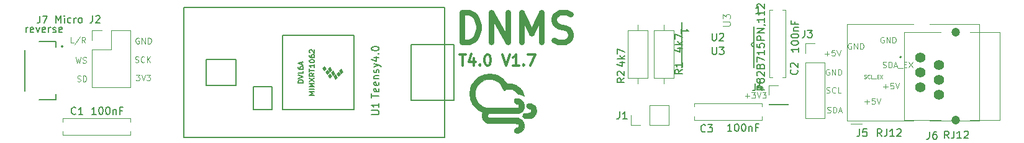
<source format=gbr>
G04 #@! TF.GenerationSoftware,KiCad,Pcbnew,6.0.1-79c1e3a40b~116~ubuntu20.04.1*
G04 #@! TF.CreationDate,2022-01-17T11:12:02+01:00*
G04 #@! TF.ProjectId,DNMS,444e4d53-2e6b-4696-9361-645f70636258,V1.6*
G04 #@! TF.SameCoordinates,Original*
G04 #@! TF.FileFunction,Legend,Top*
G04 #@! TF.FilePolarity,Positive*
%FSLAX46Y46*%
G04 Gerber Fmt 4.6, Leading zero omitted, Abs format (unit mm)*
G04 Created by KiCad (PCBNEW 6.0.1-79c1e3a40b~116~ubuntu20.04.1) date 2022-01-17 11:12:02*
%MOMM*%
%LPD*%
G01*
G04 APERTURE LIST*
%ADD10C,0.150000*%
%ADD11C,0.100000*%
%ADD12C,0.080000*%
%ADD13C,0.300000*%
%ADD14C,0.750000*%
%ADD15C,0.015000*%
%ADD16C,0.120000*%
%ADD17C,0.152400*%
%ADD18C,0.010000*%
%ADD19C,0.200000*%
%ADD20C,0.127000*%
%ADD21C,1.400000*%
%ADD22C,1.200000*%
G04 APERTURE END LIST*
D10*
X56450219Y-78912980D02*
X56450219Y-78246314D01*
X56450219Y-78436790D02*
X56497838Y-78341552D01*
X56545457Y-78293933D01*
X56640695Y-78246314D01*
X56735933Y-78246314D01*
X57450219Y-78865361D02*
X57354980Y-78912980D01*
X57164504Y-78912980D01*
X57069266Y-78865361D01*
X57021647Y-78770123D01*
X57021647Y-78389171D01*
X57069266Y-78293933D01*
X57164504Y-78246314D01*
X57354980Y-78246314D01*
X57450219Y-78293933D01*
X57497838Y-78389171D01*
X57497838Y-78484409D01*
X57021647Y-78579647D01*
X57831171Y-78246314D02*
X58069266Y-78912980D01*
X58307361Y-78246314D01*
X59069266Y-78865361D02*
X58974028Y-78912980D01*
X58783552Y-78912980D01*
X58688314Y-78865361D01*
X58640695Y-78770123D01*
X58640695Y-78389171D01*
X58688314Y-78293933D01*
X58783552Y-78246314D01*
X58974028Y-78246314D01*
X59069266Y-78293933D01*
X59116885Y-78389171D01*
X59116885Y-78484409D01*
X58640695Y-78579647D01*
X59545457Y-78912980D02*
X59545457Y-78246314D01*
X59545457Y-78436790D02*
X59593076Y-78341552D01*
X59640695Y-78293933D01*
X59735933Y-78246314D01*
X59831171Y-78246314D01*
X60116885Y-78865361D02*
X60212123Y-78912980D01*
X60402600Y-78912980D01*
X60497838Y-78865361D01*
X60545457Y-78770123D01*
X60545457Y-78722504D01*
X60497838Y-78627266D01*
X60402600Y-78579647D01*
X60259742Y-78579647D01*
X60164504Y-78532028D01*
X60116885Y-78436790D01*
X60116885Y-78389171D01*
X60164504Y-78293933D01*
X60259742Y-78246314D01*
X60402600Y-78246314D01*
X60497838Y-78293933D01*
X61354980Y-78865361D02*
X61259742Y-78912980D01*
X61069266Y-78912980D01*
X60974028Y-78865361D01*
X60926409Y-78770123D01*
X60926409Y-78389171D01*
X60974028Y-78293933D01*
X61069266Y-78246314D01*
X61259742Y-78246314D01*
X61354980Y-78293933D01*
X61402600Y-78389171D01*
X61402600Y-78484409D01*
X60926409Y-78579647D01*
D11*
X154485516Y-87610942D02*
X155095040Y-87610942D01*
X154790278Y-87915704D02*
X154790278Y-87306180D01*
X155399801Y-87115704D02*
X155895040Y-87115704D01*
X155628373Y-87420466D01*
X155742659Y-87420466D01*
X155818849Y-87458561D01*
X155856944Y-87496657D01*
X155895040Y-87572847D01*
X155895040Y-87763323D01*
X155856944Y-87839514D01*
X155818849Y-87877609D01*
X155742659Y-87915704D01*
X155514087Y-87915704D01*
X155437897Y-87877609D01*
X155399801Y-87839514D01*
X156123611Y-87115704D02*
X156390278Y-87915704D01*
X156656944Y-87115704D01*
X156847420Y-87115704D02*
X157342659Y-87115704D01*
X157075992Y-87420466D01*
X157190278Y-87420466D01*
X157266468Y-87458561D01*
X157304563Y-87496657D01*
X157342659Y-87572847D01*
X157342659Y-87763323D01*
X157304563Y-87839514D01*
X157266468Y-87877609D01*
X157190278Y-87915704D01*
X156961706Y-87915704D01*
X156885516Y-87877609D01*
X156847420Y-87839514D01*
D10*
X156546514Y-76322180D02*
X155975085Y-76322180D01*
X156260800Y-76322180D02*
X156260800Y-75322180D01*
X156165561Y-75465038D01*
X156070323Y-75560276D01*
X155975085Y-75607895D01*
D11*
X173400796Y-79587140D02*
X173324605Y-79549044D01*
X173210320Y-79549044D01*
X173096034Y-79587140D01*
X173019843Y-79663330D01*
X172981748Y-79739520D01*
X172943653Y-79891901D01*
X172943653Y-80006187D01*
X172981748Y-80158568D01*
X173019843Y-80234759D01*
X173096034Y-80310949D01*
X173210320Y-80349044D01*
X173286510Y-80349044D01*
X173400796Y-80310949D01*
X173438891Y-80272854D01*
X173438891Y-80006187D01*
X173286510Y-80006187D01*
X173781748Y-80349044D02*
X173781748Y-79549044D01*
X174238891Y-80349044D01*
X174238891Y-79549044D01*
X174619843Y-80349044D02*
X174619843Y-79549044D01*
X174810320Y-79549044D01*
X174924605Y-79587140D01*
X175000796Y-79663330D01*
X175038891Y-79739520D01*
X175076986Y-79891901D01*
X175076986Y-80006187D01*
X175038891Y-80158568D01*
X175000796Y-80234759D01*
X174924605Y-80310949D01*
X174810320Y-80349044D01*
X174619843Y-80349044D01*
X168978656Y-80443120D02*
X168902465Y-80405024D01*
X168788180Y-80405024D01*
X168673894Y-80443120D01*
X168597703Y-80519310D01*
X168559608Y-80595500D01*
X168521513Y-80747881D01*
X168521513Y-80862167D01*
X168559608Y-81014548D01*
X168597703Y-81090739D01*
X168673894Y-81166929D01*
X168788180Y-81205024D01*
X168864370Y-81205024D01*
X168978656Y-81166929D01*
X169016751Y-81128834D01*
X169016751Y-80862167D01*
X168864370Y-80862167D01*
X169359608Y-81205024D02*
X169359608Y-80405024D01*
X169816751Y-81205024D01*
X169816751Y-80405024D01*
X170197703Y-81205024D02*
X170197703Y-80405024D01*
X170388180Y-80405024D01*
X170502465Y-80443120D01*
X170578656Y-80519310D01*
X170616751Y-80595500D01*
X170654846Y-80747881D01*
X170654846Y-80862167D01*
X170616751Y-81014548D01*
X170578656Y-81090739D01*
X170502465Y-81166929D01*
X170388180Y-81205024D01*
X170197703Y-81205024D01*
X173342428Y-86343482D02*
X173951952Y-86343482D01*
X173647190Y-86648244D02*
X173647190Y-86038720D01*
X174713857Y-85848244D02*
X174332904Y-85848244D01*
X174294809Y-86229197D01*
X174332904Y-86191101D01*
X174409095Y-86153006D01*
X174599571Y-86153006D01*
X174675761Y-86191101D01*
X174713857Y-86229197D01*
X174751952Y-86305387D01*
X174751952Y-86495863D01*
X174713857Y-86572054D01*
X174675761Y-86610149D01*
X174599571Y-86648244D01*
X174409095Y-86648244D01*
X174332904Y-86610149D01*
X174294809Y-86572054D01*
X174980523Y-85848244D02*
X175247190Y-86648244D01*
X175513857Y-85848244D01*
X170802428Y-88421202D02*
X171411952Y-88421202D01*
X171107190Y-88725964D02*
X171107190Y-88116440D01*
X172173857Y-87925964D02*
X171792904Y-87925964D01*
X171754809Y-88306917D01*
X171792904Y-88268821D01*
X171869095Y-88230726D01*
X172059571Y-88230726D01*
X172135761Y-88268821D01*
X172173857Y-88306917D01*
X172211952Y-88383107D01*
X172211952Y-88573583D01*
X172173857Y-88649774D01*
X172135761Y-88687869D01*
X172059571Y-88725964D01*
X171869095Y-88725964D01*
X171792904Y-88687869D01*
X171754809Y-88649774D01*
X172440523Y-87925964D02*
X172707190Y-88725964D01*
X172973857Y-87925964D01*
D12*
X170730860Y-85198400D02*
X170802288Y-85222210D01*
X170921336Y-85222210D01*
X170968955Y-85198400D01*
X170992764Y-85174591D01*
X171016574Y-85126972D01*
X171016574Y-85079353D01*
X170992764Y-85031734D01*
X170968955Y-85007924D01*
X170921336Y-84984115D01*
X170826098Y-84960305D01*
X170778479Y-84936496D01*
X170754669Y-84912686D01*
X170730860Y-84865067D01*
X170730860Y-84817448D01*
X170754669Y-84769829D01*
X170778479Y-84746020D01*
X170826098Y-84722210D01*
X170945145Y-84722210D01*
X171016574Y-84746020D01*
X171516574Y-85174591D02*
X171492764Y-85198400D01*
X171421336Y-85222210D01*
X171373717Y-85222210D01*
X171302288Y-85198400D01*
X171254669Y-85150781D01*
X171230860Y-85103162D01*
X171207050Y-85007924D01*
X171207050Y-84936496D01*
X171230860Y-84841258D01*
X171254669Y-84793639D01*
X171302288Y-84746020D01*
X171373717Y-84722210D01*
X171421336Y-84722210D01*
X171492764Y-84746020D01*
X171516574Y-84769829D01*
X171968955Y-85222210D02*
X171730860Y-85222210D01*
X171730860Y-84722210D01*
X172016574Y-85269829D02*
X172397526Y-85269829D01*
X172516574Y-84960305D02*
X172683240Y-84960305D01*
X172754669Y-85222210D02*
X172516574Y-85222210D01*
X172516574Y-84722210D01*
X172754669Y-84722210D01*
X172921336Y-84722210D02*
X173254669Y-85222210D01*
X173254669Y-84722210D02*
X172921336Y-85222210D01*
D11*
X173271432Y-83717089D02*
X173385718Y-83755184D01*
X173576194Y-83755184D01*
X173652384Y-83717089D01*
X173690480Y-83678994D01*
X173728575Y-83602803D01*
X173728575Y-83526613D01*
X173690480Y-83450422D01*
X173652384Y-83412327D01*
X173576194Y-83374232D01*
X173423813Y-83336137D01*
X173347622Y-83298041D01*
X173309527Y-83259946D01*
X173271432Y-83183756D01*
X173271432Y-83107565D01*
X173309527Y-83031375D01*
X173347622Y-82993280D01*
X173423813Y-82955184D01*
X173614289Y-82955184D01*
X173728575Y-82993280D01*
X174071432Y-83755184D02*
X174071432Y-82955184D01*
X174261908Y-82955184D01*
X174376194Y-82993280D01*
X174452384Y-83069470D01*
X174490480Y-83145660D01*
X174528575Y-83298041D01*
X174528575Y-83412327D01*
X174490480Y-83564708D01*
X174452384Y-83640899D01*
X174376194Y-83717089D01*
X174261908Y-83755184D01*
X174071432Y-83755184D01*
X174833337Y-83526613D02*
X175214289Y-83526613D01*
X174757146Y-83755184D02*
X175023813Y-82955184D01*
X175290480Y-83755184D01*
X175366670Y-83831375D02*
X175976194Y-83831375D01*
X176166670Y-83336137D02*
X176433337Y-83336137D01*
X176547622Y-83755184D02*
X176166670Y-83755184D01*
X176166670Y-82955184D01*
X176547622Y-82955184D01*
X176814289Y-82955184D02*
X177347622Y-83755184D01*
X177347622Y-82955184D02*
X176814289Y-83755184D01*
X71336028Y-83000809D02*
X71450314Y-83038904D01*
X71640790Y-83038904D01*
X71716980Y-83000809D01*
X71755076Y-82962714D01*
X71793171Y-82886523D01*
X71793171Y-82810333D01*
X71755076Y-82734142D01*
X71716980Y-82696047D01*
X71640790Y-82657952D01*
X71488409Y-82619857D01*
X71412219Y-82581761D01*
X71374123Y-82543666D01*
X71336028Y-82467476D01*
X71336028Y-82391285D01*
X71374123Y-82315095D01*
X71412219Y-82277000D01*
X71488409Y-82238904D01*
X71678885Y-82238904D01*
X71793171Y-82277000D01*
X72593171Y-82962714D02*
X72555076Y-83000809D01*
X72440790Y-83038904D01*
X72364600Y-83038904D01*
X72250314Y-83000809D01*
X72174123Y-82924619D01*
X72136028Y-82848428D01*
X72097933Y-82696047D01*
X72097933Y-82581761D01*
X72136028Y-82429380D01*
X72174123Y-82353190D01*
X72250314Y-82277000D01*
X72364600Y-82238904D01*
X72440790Y-82238904D01*
X72555076Y-82277000D01*
X72593171Y-82315095D01*
X72936028Y-83038904D02*
X72936028Y-82238904D01*
X73393171Y-83038904D02*
X73050314Y-82581761D01*
X73393171Y-82238904D02*
X72936028Y-82696047D01*
X71856676Y-79711600D02*
X71780485Y-79673504D01*
X71666200Y-79673504D01*
X71551914Y-79711600D01*
X71475723Y-79787790D01*
X71437628Y-79863980D01*
X71399533Y-80016361D01*
X71399533Y-80130647D01*
X71437628Y-80283028D01*
X71475723Y-80359219D01*
X71551914Y-80435409D01*
X71666200Y-80473504D01*
X71742390Y-80473504D01*
X71856676Y-80435409D01*
X71894771Y-80397314D01*
X71894771Y-80130647D01*
X71742390Y-80130647D01*
X72237628Y-80473504D02*
X72237628Y-79673504D01*
X72694771Y-80473504D01*
X72694771Y-79673504D01*
X73075723Y-80473504D02*
X73075723Y-79673504D01*
X73266200Y-79673504D01*
X73380485Y-79711600D01*
X73456676Y-79787790D01*
X73494771Y-79863980D01*
X73532866Y-80016361D01*
X73532866Y-80130647D01*
X73494771Y-80283028D01*
X73456676Y-80359219D01*
X73380485Y-80435409D01*
X73266200Y-80473504D01*
X73075723Y-80473504D01*
D13*
X115534774Y-81949551D02*
X116391917Y-81949551D01*
X115963345Y-83449551D02*
X115963345Y-81949551D01*
X117534774Y-82449551D02*
X117534774Y-83449551D01*
X117177631Y-81878122D02*
X116820488Y-82949551D01*
X117749060Y-82949551D01*
X118320488Y-83306694D02*
X118391917Y-83378122D01*
X118320488Y-83449551D01*
X118249060Y-83378122D01*
X118320488Y-83306694D01*
X118320488Y-83449551D01*
X119320488Y-81949551D02*
X119463345Y-81949551D01*
X119606202Y-82020980D01*
X119677631Y-82092408D01*
X119749060Y-82235265D01*
X119820488Y-82520980D01*
X119820488Y-82878122D01*
X119749060Y-83163837D01*
X119677631Y-83306694D01*
X119606202Y-83378122D01*
X119463345Y-83449551D01*
X119320488Y-83449551D01*
X119177631Y-83378122D01*
X119106202Y-83306694D01*
X119034774Y-83163837D01*
X118963345Y-82878122D01*
X118963345Y-82520980D01*
X119034774Y-82235265D01*
X119106202Y-82092408D01*
X119177631Y-82020980D01*
X119320488Y-81949551D01*
X121391917Y-81949551D02*
X121891917Y-83449551D01*
X122391917Y-81949551D01*
X123677631Y-83449551D02*
X122820488Y-83449551D01*
X123249060Y-83449551D02*
X123249060Y-81949551D01*
X123106202Y-82163837D01*
X122963345Y-82306694D01*
X122820488Y-82378122D01*
X124320488Y-83306694D02*
X124391917Y-83378122D01*
X124320488Y-83449551D01*
X124249060Y-83378122D01*
X124320488Y-83306694D01*
X124320488Y-83449551D01*
X124891917Y-81949551D02*
X125891917Y-81949551D01*
X125249060Y-83449551D01*
D11*
X62953971Y-80371904D02*
X62573019Y-80371904D01*
X62573019Y-79571904D01*
X63792066Y-79533809D02*
X63106352Y-80562380D01*
X64515876Y-80371904D02*
X64249209Y-79990952D01*
X64058733Y-80371904D02*
X64058733Y-79571904D01*
X64363495Y-79571904D01*
X64439685Y-79610000D01*
X64477780Y-79648095D01*
X64515876Y-79724285D01*
X64515876Y-79838571D01*
X64477780Y-79914761D01*
X64439685Y-79952857D01*
X64363495Y-79990952D01*
X64058733Y-79990952D01*
X165600499Y-87171489D02*
X165714784Y-87209584D01*
X165905260Y-87209584D01*
X165981451Y-87171489D01*
X166019546Y-87133394D01*
X166057641Y-87057203D01*
X166057641Y-86981013D01*
X166019546Y-86904822D01*
X165981451Y-86866727D01*
X165905260Y-86828632D01*
X165752880Y-86790537D01*
X165676689Y-86752441D01*
X165638594Y-86714346D01*
X165600499Y-86638156D01*
X165600499Y-86561965D01*
X165638594Y-86485775D01*
X165676689Y-86447680D01*
X165752880Y-86409584D01*
X165943356Y-86409584D01*
X166057641Y-86447680D01*
X166857641Y-87133394D02*
X166819546Y-87171489D01*
X166705260Y-87209584D01*
X166629070Y-87209584D01*
X166514784Y-87171489D01*
X166438594Y-87095299D01*
X166400499Y-87019108D01*
X166362403Y-86866727D01*
X166362403Y-86752441D01*
X166400499Y-86600060D01*
X166438594Y-86523870D01*
X166514784Y-86447680D01*
X166629070Y-86409584D01*
X166705260Y-86409584D01*
X166819546Y-86447680D01*
X166857641Y-86485775D01*
X167581451Y-87209584D02*
X167200499Y-87209584D01*
X167200499Y-86409584D01*
X63233390Y-82315104D02*
X63423866Y-83115104D01*
X63576247Y-82543676D01*
X63728628Y-83115104D01*
X63919104Y-82315104D01*
X64185771Y-83077009D02*
X64300057Y-83115104D01*
X64490533Y-83115104D01*
X64566723Y-83077009D01*
X64604819Y-83038914D01*
X64642914Y-82962723D01*
X64642914Y-82886533D01*
X64604819Y-82810342D01*
X64566723Y-82772247D01*
X64490533Y-82734152D01*
X64338152Y-82696057D01*
X64261961Y-82657961D01*
X64223866Y-82619866D01*
X64185771Y-82543676D01*
X64185771Y-82467485D01*
X64223866Y-82391295D01*
X64261961Y-82353200D01*
X64338152Y-82315104D01*
X64528628Y-82315104D01*
X64642914Y-82353200D01*
D10*
X60544295Y-77617580D02*
X60544295Y-76617580D01*
X60877628Y-77331866D01*
X61210961Y-76617580D01*
X61210961Y-77617580D01*
X61687152Y-77617580D02*
X61687152Y-76950914D01*
X61687152Y-76617580D02*
X61639533Y-76665200D01*
X61687152Y-76712819D01*
X61734771Y-76665200D01*
X61687152Y-76617580D01*
X61687152Y-76712819D01*
X62591914Y-77569961D02*
X62496676Y-77617580D01*
X62306200Y-77617580D01*
X62210961Y-77569961D01*
X62163342Y-77522342D01*
X62115723Y-77427104D01*
X62115723Y-77141390D01*
X62163342Y-77046152D01*
X62210961Y-76998533D01*
X62306200Y-76950914D01*
X62496676Y-76950914D01*
X62591914Y-76998533D01*
X63020485Y-77617580D02*
X63020485Y-76950914D01*
X63020485Y-77141390D02*
X63068104Y-77046152D01*
X63115723Y-76998533D01*
X63210961Y-76950914D01*
X63306200Y-76950914D01*
X63782390Y-77617580D02*
X63687152Y-77569961D01*
X63639533Y-77522342D01*
X63591914Y-77427104D01*
X63591914Y-77141390D01*
X63639533Y-77046152D01*
X63687152Y-76998533D01*
X63782390Y-76950914D01*
X63925247Y-76950914D01*
X64020485Y-76998533D01*
X64068104Y-77046152D01*
X64115723Y-77141390D01*
X64115723Y-77427104D01*
X64068104Y-77522342D01*
X64020485Y-77569961D01*
X63925247Y-77617580D01*
X63782390Y-77617580D01*
D14*
X115869366Y-80219323D02*
X115869366Y-76219323D01*
X116821747Y-76219323D01*
X117393176Y-76409800D01*
X117774128Y-76790752D01*
X117964604Y-77171704D01*
X118155080Y-77933609D01*
X118155080Y-78505038D01*
X117964604Y-79266942D01*
X117774128Y-79647895D01*
X117393176Y-80028847D01*
X116821747Y-80219323D01*
X115869366Y-80219323D01*
X119869366Y-80219323D02*
X119869366Y-76219323D01*
X122155080Y-80219323D01*
X122155080Y-76219323D01*
X124059842Y-80219323D02*
X124059842Y-76219323D01*
X125393176Y-79076466D01*
X126726509Y-76219323D01*
X126726509Y-80219323D01*
X128440795Y-80028847D02*
X129012223Y-80219323D01*
X129964604Y-80219323D01*
X130345557Y-80028847D01*
X130536033Y-79838371D01*
X130726509Y-79457419D01*
X130726509Y-79076466D01*
X130536033Y-78695514D01*
X130345557Y-78505038D01*
X129964604Y-78314561D01*
X129202700Y-78124085D01*
X128821747Y-77933609D01*
X128631271Y-77743133D01*
X128440795Y-77362180D01*
X128440795Y-76981228D01*
X128631271Y-76600276D01*
X128821747Y-76409800D01*
X129202700Y-76219323D01*
X130155080Y-76219323D01*
X130726509Y-76409800D01*
D10*
X173116050Y-93139520D02*
X172782717Y-92663330D01*
X172544621Y-93139520D02*
X172544621Y-92139520D01*
X172925574Y-92139520D01*
X173020812Y-92187140D01*
X173068431Y-92234759D01*
X173116050Y-92329997D01*
X173116050Y-92472854D01*
X173068431Y-92568092D01*
X173020812Y-92615711D01*
X172925574Y-92663330D01*
X172544621Y-92663330D01*
X173830336Y-92139520D02*
X173830336Y-92853806D01*
X173782717Y-92996663D01*
X173687479Y-93091901D01*
X173544621Y-93139520D01*
X173449383Y-93139520D01*
X174830336Y-93139520D02*
X174258907Y-93139520D01*
X174544621Y-93139520D02*
X174544621Y-92139520D01*
X174449383Y-92282378D01*
X174354145Y-92377616D01*
X174258907Y-92425235D01*
X175211288Y-92234759D02*
X175258907Y-92187140D01*
X175354145Y-92139520D01*
X175592240Y-92139520D01*
X175687479Y-92187140D01*
X175735098Y-92234759D01*
X175782717Y-92329997D01*
X175782717Y-92425235D01*
X175735098Y-92568092D01*
X175163669Y-93139520D01*
X175782717Y-93139520D01*
D11*
X71450323Y-84728104D02*
X71945561Y-84728104D01*
X71678895Y-85032866D01*
X71793180Y-85032866D01*
X71869371Y-85070961D01*
X71907466Y-85109057D01*
X71945561Y-85185247D01*
X71945561Y-85375723D01*
X71907466Y-85451914D01*
X71869371Y-85490009D01*
X71793180Y-85528104D01*
X71564609Y-85528104D01*
X71488419Y-85490009D01*
X71450323Y-85451914D01*
X72174133Y-84728104D02*
X72440800Y-85528104D01*
X72707466Y-84728104D01*
X72897942Y-84728104D02*
X73393180Y-84728104D01*
X73126514Y-85032866D01*
X73240800Y-85032866D01*
X73316990Y-85070961D01*
X73355085Y-85109057D01*
X73393180Y-85185247D01*
X73393180Y-85375723D01*
X73355085Y-85451914D01*
X73316990Y-85490009D01*
X73240800Y-85528104D01*
X73012228Y-85528104D01*
X72936038Y-85490009D01*
X72897942Y-85451914D01*
X63455628Y-85617009D02*
X63569914Y-85655104D01*
X63760390Y-85655104D01*
X63836580Y-85617009D01*
X63874676Y-85578914D01*
X63912771Y-85502723D01*
X63912771Y-85426533D01*
X63874676Y-85350342D01*
X63836580Y-85312247D01*
X63760390Y-85274152D01*
X63608009Y-85236057D01*
X63531819Y-85197961D01*
X63493723Y-85159866D01*
X63455628Y-85083676D01*
X63455628Y-85007485D01*
X63493723Y-84931295D01*
X63531819Y-84893200D01*
X63608009Y-84855104D01*
X63798485Y-84855104D01*
X63912771Y-84893200D01*
X64255628Y-85655104D02*
X64255628Y-84855104D01*
X64446104Y-84855104D01*
X64560390Y-84893200D01*
X64636580Y-84969390D01*
X64674676Y-85045580D01*
X64712771Y-85197961D01*
X64712771Y-85312247D01*
X64674676Y-85464628D01*
X64636580Y-85540819D01*
X64560390Y-85617009D01*
X64446104Y-85655104D01*
X64255628Y-85655104D01*
D10*
X145800819Y-79051114D02*
X145800819Y-78479685D01*
X145800819Y-78765400D02*
X146800819Y-78765400D01*
X146657961Y-78670161D01*
X146562723Y-78574923D01*
X146515104Y-78479685D01*
D11*
X165713531Y-89876589D02*
X165827817Y-89914684D01*
X166018293Y-89914684D01*
X166094483Y-89876589D01*
X166132579Y-89838494D01*
X166170674Y-89762303D01*
X166170674Y-89686113D01*
X166132579Y-89609922D01*
X166094483Y-89571827D01*
X166018293Y-89533732D01*
X165865912Y-89495637D01*
X165789721Y-89457541D01*
X165751626Y-89419446D01*
X165713531Y-89343256D01*
X165713531Y-89267065D01*
X165751626Y-89190875D01*
X165789721Y-89152780D01*
X165865912Y-89114684D01*
X166056388Y-89114684D01*
X166170674Y-89152780D01*
X166513531Y-89914684D02*
X166513531Y-89114684D01*
X166704007Y-89114684D01*
X166818293Y-89152780D01*
X166894483Y-89228970D01*
X166932579Y-89305160D01*
X166970674Y-89457541D01*
X166970674Y-89571827D01*
X166932579Y-89724208D01*
X166894483Y-89800399D01*
X166818293Y-89876589D01*
X166704007Y-89914684D01*
X166513531Y-89914684D01*
X167275436Y-89686113D02*
X167656388Y-89686113D01*
X167199245Y-89914684D02*
X167465912Y-89114684D01*
X167732579Y-89914684D01*
X165976376Y-84006740D02*
X165900185Y-83968644D01*
X165785900Y-83968644D01*
X165671614Y-84006740D01*
X165595423Y-84082930D01*
X165557328Y-84159120D01*
X165519233Y-84311501D01*
X165519233Y-84425787D01*
X165557328Y-84578168D01*
X165595423Y-84654359D01*
X165671614Y-84730549D01*
X165785900Y-84768644D01*
X165862090Y-84768644D01*
X165976376Y-84730549D01*
X166014471Y-84692454D01*
X166014471Y-84425787D01*
X165862090Y-84425787D01*
X166357328Y-84768644D02*
X166357328Y-83968644D01*
X166814471Y-84768644D01*
X166814471Y-83968644D01*
X167195423Y-84768644D02*
X167195423Y-83968644D01*
X167385900Y-83968644D01*
X167500185Y-84006740D01*
X167576376Y-84082930D01*
X167614471Y-84159120D01*
X167652566Y-84311501D01*
X167652566Y-84425787D01*
X167614471Y-84578168D01*
X167576376Y-84654359D01*
X167500185Y-84730549D01*
X167385900Y-84768644D01*
X167195423Y-84768644D01*
X165361748Y-81824822D02*
X165971272Y-81824822D01*
X165666510Y-82129584D02*
X165666510Y-81520060D01*
X166733177Y-81329584D02*
X166352224Y-81329584D01*
X166314129Y-81710537D01*
X166352224Y-81672441D01*
X166428415Y-81634346D01*
X166618891Y-81634346D01*
X166695081Y-81672441D01*
X166733177Y-81710537D01*
X166771272Y-81786727D01*
X166771272Y-81977203D01*
X166733177Y-82053394D01*
X166695081Y-82091489D01*
X166618891Y-82129584D01*
X166428415Y-82129584D01*
X166352224Y-82091489D01*
X166314129Y-82053394D01*
X166999843Y-81329584D02*
X167266510Y-82129584D01*
X167533177Y-81329584D01*
D10*
X161588722Y-84054486D02*
X161636341Y-84102105D01*
X161683960Y-84244962D01*
X161683960Y-84340200D01*
X161636341Y-84483058D01*
X161541103Y-84578296D01*
X161445865Y-84625915D01*
X161255389Y-84673534D01*
X161112532Y-84673534D01*
X160922056Y-84625915D01*
X160826818Y-84578296D01*
X160731580Y-84483058D01*
X160683960Y-84340200D01*
X160683960Y-84244962D01*
X160731580Y-84102105D01*
X160779199Y-84054486D01*
X160779199Y-83673534D02*
X160731580Y-83625915D01*
X160683960Y-83530677D01*
X160683960Y-83292581D01*
X160731580Y-83197343D01*
X160779199Y-83149724D01*
X160874437Y-83102105D01*
X160969675Y-83102105D01*
X161112532Y-83149724D01*
X161683960Y-83721153D01*
X161683960Y-83102105D01*
X161775400Y-81028539D02*
X161775400Y-81599967D01*
X161775400Y-81314253D02*
X160775400Y-81314253D01*
X160918258Y-81409491D01*
X161013496Y-81504729D01*
X161061115Y-81599967D01*
X160775400Y-80409491D02*
X160775400Y-80314253D01*
X160823020Y-80219015D01*
X160870639Y-80171396D01*
X160965877Y-80123777D01*
X161156353Y-80076158D01*
X161394448Y-80076158D01*
X161584924Y-80123777D01*
X161680162Y-80171396D01*
X161727781Y-80219015D01*
X161775400Y-80314253D01*
X161775400Y-80409491D01*
X161727781Y-80504729D01*
X161680162Y-80552348D01*
X161584924Y-80599967D01*
X161394448Y-80647586D01*
X161156353Y-80647586D01*
X160965877Y-80599967D01*
X160870639Y-80552348D01*
X160823020Y-80504729D01*
X160775400Y-80409491D01*
X160775400Y-79457110D02*
X160775400Y-79361872D01*
X160823020Y-79266634D01*
X160870639Y-79219015D01*
X160965877Y-79171396D01*
X161156353Y-79123777D01*
X161394448Y-79123777D01*
X161584924Y-79171396D01*
X161680162Y-79219015D01*
X161727781Y-79266634D01*
X161775400Y-79361872D01*
X161775400Y-79457110D01*
X161727781Y-79552348D01*
X161680162Y-79599967D01*
X161584924Y-79647586D01*
X161394448Y-79695205D01*
X161156353Y-79695205D01*
X160965877Y-79647586D01*
X160870639Y-79599967D01*
X160823020Y-79552348D01*
X160775400Y-79457110D01*
X161108734Y-78695205D02*
X161775400Y-78695205D01*
X161203972Y-78695205D02*
X161156353Y-78647586D01*
X161108734Y-78552348D01*
X161108734Y-78409491D01*
X161156353Y-78314253D01*
X161251591Y-78266634D01*
X161775400Y-78266634D01*
X161251591Y-77457110D02*
X161251591Y-77790443D01*
X161775400Y-77790443D02*
X160775400Y-77790443D01*
X160775400Y-77314253D01*
X137390546Y-89772240D02*
X137390546Y-90486526D01*
X137342927Y-90629383D01*
X137247689Y-90724621D01*
X137104832Y-90772240D01*
X137009594Y-90772240D01*
X138390546Y-90772240D02*
X137819118Y-90772240D01*
X138104832Y-90772240D02*
X138104832Y-89772240D01*
X138009594Y-89915098D01*
X137914356Y-90010336D01*
X137819118Y-90057955D01*
X162639666Y-78630780D02*
X162639666Y-79345066D01*
X162592047Y-79487923D01*
X162496809Y-79583161D01*
X162353952Y-79630780D01*
X162258714Y-79630780D01*
X163020619Y-78630780D02*
X163639666Y-78630780D01*
X163306333Y-79011733D01*
X163449190Y-79011733D01*
X163544428Y-79059352D01*
X163592047Y-79106971D01*
X163639666Y-79202209D01*
X163639666Y-79440304D01*
X163592047Y-79535542D01*
X163544428Y-79583161D01*
X163449190Y-79630780D01*
X163163476Y-79630780D01*
X163068238Y-79583161D01*
X163020619Y-79535542D01*
X145930880Y-84024766D02*
X145454690Y-84358100D01*
X145930880Y-84596195D02*
X144930880Y-84596195D01*
X144930880Y-84215242D01*
X144978500Y-84120004D01*
X145026119Y-84072385D01*
X145121357Y-84024766D01*
X145264214Y-84024766D01*
X145359452Y-84072385D01*
X145407071Y-84120004D01*
X145454690Y-84215242D01*
X145454690Y-84596195D01*
X145930880Y-83072385D02*
X145930880Y-83643814D01*
X145930880Y-83358100D02*
X144930880Y-83358100D01*
X145073738Y-83453338D01*
X145168976Y-83548576D01*
X145216595Y-83643814D01*
X145264214Y-81099256D02*
X145930880Y-81099256D01*
X144883261Y-81337351D02*
X145597547Y-81575446D01*
X145597547Y-80956399D01*
X145930880Y-80575446D02*
X144930880Y-80575446D01*
X145549928Y-80480208D02*
X145930880Y-80194494D01*
X145264214Y-80194494D02*
X145645166Y-80575446D01*
X144930880Y-79861160D02*
X144930880Y-79194494D01*
X145930880Y-79623065D01*
X138036560Y-85203326D02*
X137560370Y-85536660D01*
X138036560Y-85774755D02*
X137036560Y-85774755D01*
X137036560Y-85393802D01*
X137084180Y-85298564D01*
X137131799Y-85250945D01*
X137227037Y-85203326D01*
X137369894Y-85203326D01*
X137465132Y-85250945D01*
X137512751Y-85298564D01*
X137560370Y-85393802D01*
X137560370Y-85774755D01*
X137131799Y-84822374D02*
X137084180Y-84774755D01*
X137036560Y-84679517D01*
X137036560Y-84441421D01*
X137084180Y-84346183D01*
X137131799Y-84298564D01*
X137227037Y-84250945D01*
X137322275Y-84250945D01*
X137465132Y-84298564D01*
X138036560Y-84869993D01*
X138036560Y-84250945D01*
X137407994Y-83067756D02*
X138074660Y-83067756D01*
X137027041Y-83305851D02*
X137741327Y-83543946D01*
X137741327Y-82924899D01*
X138074660Y-82543946D02*
X137074660Y-82543946D01*
X137693708Y-82448708D02*
X138074660Y-82162994D01*
X137407994Y-82162994D02*
X137788946Y-82543946D01*
X137074660Y-81829660D02*
X137074660Y-81162994D01*
X138074660Y-81591565D01*
X150012495Y-79055980D02*
X150012495Y-79865504D01*
X150060114Y-79960742D01*
X150107733Y-80008361D01*
X150202971Y-80055980D01*
X150393447Y-80055980D01*
X150488685Y-80008361D01*
X150536304Y-79960742D01*
X150583923Y-79865504D01*
X150583923Y-79055980D01*
X151012495Y-79151219D02*
X151060114Y-79103600D01*
X151155352Y-79055980D01*
X151393447Y-79055980D01*
X151488685Y-79103600D01*
X151536304Y-79151219D01*
X151583923Y-79246457D01*
X151583923Y-79341695D01*
X151536304Y-79484552D01*
X150964876Y-80055980D01*
X151583923Y-80055980D01*
X157109420Y-86765353D02*
X156109420Y-86765353D01*
X156109420Y-86384400D01*
X156157040Y-86289162D01*
X156204659Y-86241543D01*
X156299897Y-86193924D01*
X156442754Y-86193924D01*
X156537992Y-86241543D01*
X156585611Y-86289162D01*
X156633230Y-86384400D01*
X156633230Y-86765353D01*
X156537992Y-85622496D02*
X156490373Y-85717734D01*
X156442754Y-85765353D01*
X156347516Y-85812972D01*
X156299897Y-85812972D01*
X156204659Y-85765353D01*
X156157040Y-85717734D01*
X156109420Y-85622496D01*
X156109420Y-85432020D01*
X156157040Y-85336781D01*
X156204659Y-85289162D01*
X156299897Y-85241543D01*
X156347516Y-85241543D01*
X156442754Y-85289162D01*
X156490373Y-85336781D01*
X156537992Y-85432020D01*
X156537992Y-85622496D01*
X156585611Y-85717734D01*
X156633230Y-85765353D01*
X156728468Y-85812972D01*
X156918944Y-85812972D01*
X157014182Y-85765353D01*
X157061801Y-85717734D01*
X157109420Y-85622496D01*
X157109420Y-85432020D01*
X157061801Y-85336781D01*
X157014182Y-85289162D01*
X156918944Y-85241543D01*
X156728468Y-85241543D01*
X156633230Y-85289162D01*
X156585611Y-85336781D01*
X156537992Y-85432020D01*
X156204659Y-84860591D02*
X156157040Y-84812972D01*
X156109420Y-84717734D01*
X156109420Y-84479639D01*
X156157040Y-84384400D01*
X156204659Y-84336781D01*
X156299897Y-84289162D01*
X156395135Y-84289162D01*
X156537992Y-84336781D01*
X157109420Y-84908210D01*
X157109420Y-84289162D01*
X156585611Y-83527258D02*
X156633230Y-83384400D01*
X156680849Y-83336781D01*
X156776087Y-83289162D01*
X156918944Y-83289162D01*
X157014182Y-83336781D01*
X157061801Y-83384400D01*
X157109420Y-83479639D01*
X157109420Y-83860591D01*
X156109420Y-83860591D01*
X156109420Y-83527258D01*
X156157040Y-83432020D01*
X156204659Y-83384400D01*
X156299897Y-83336781D01*
X156395135Y-83336781D01*
X156490373Y-83384400D01*
X156537992Y-83432020D01*
X156585611Y-83527258D01*
X156585611Y-83860591D01*
X156109420Y-82955829D02*
X156109420Y-82289162D01*
X157109420Y-82717734D01*
X157109420Y-81384400D02*
X157109420Y-81955829D01*
X157109420Y-81670115D02*
X156109420Y-81670115D01*
X156252278Y-81765353D01*
X156347516Y-81860591D01*
X156395135Y-81955829D01*
X156109420Y-80479639D02*
X156109420Y-80955829D01*
X156585611Y-81003448D01*
X156537992Y-80955829D01*
X156490373Y-80860591D01*
X156490373Y-80622496D01*
X156537992Y-80527258D01*
X156585611Y-80479639D01*
X156680849Y-80432020D01*
X156918944Y-80432020D01*
X157014182Y-80479639D01*
X157061801Y-80527258D01*
X157109420Y-80622496D01*
X157109420Y-80860591D01*
X157061801Y-80955829D01*
X157014182Y-81003448D01*
X157109420Y-80003448D02*
X156109420Y-80003448D01*
X156109420Y-79622496D01*
X156157040Y-79527258D01*
X156204659Y-79479639D01*
X156299897Y-79432020D01*
X156442754Y-79432020D01*
X156537992Y-79479639D01*
X156585611Y-79527258D01*
X156633230Y-79622496D01*
X156633230Y-80003448D01*
X157109420Y-79003448D02*
X156109420Y-79003448D01*
X157109420Y-78432020D01*
X156109420Y-78432020D01*
X157061801Y-77908210D02*
X157109420Y-77908210D01*
X157204659Y-77955829D01*
X157252278Y-78003448D01*
X157109420Y-76955829D02*
X157109420Y-77527258D01*
X157109420Y-77241543D02*
X156109420Y-77241543D01*
X156252278Y-77336781D01*
X156347516Y-77432020D01*
X156395135Y-77527258D01*
X157109420Y-76003448D02*
X157109420Y-76574877D01*
X157109420Y-76289162D02*
X156109420Y-76289162D01*
X156252278Y-76384400D01*
X156347516Y-76479639D01*
X156395135Y-76574877D01*
X156204659Y-75622496D02*
X156157040Y-75574877D01*
X156109420Y-75479639D01*
X156109420Y-75241543D01*
X156157040Y-75146305D01*
X156204659Y-75098686D01*
X156299897Y-75051067D01*
X156395135Y-75051067D01*
X156537992Y-75098686D01*
X157109420Y-75670115D01*
X157109420Y-75051067D01*
X149091353Y-92457542D02*
X149043734Y-92505161D01*
X148900877Y-92552780D01*
X148805639Y-92552780D01*
X148662781Y-92505161D01*
X148567543Y-92409923D01*
X148519924Y-92314685D01*
X148472305Y-92124209D01*
X148472305Y-91981352D01*
X148519924Y-91790876D01*
X148567543Y-91695638D01*
X148662781Y-91600400D01*
X148805639Y-91552780D01*
X148900877Y-91552780D01*
X149043734Y-91600400D01*
X149091353Y-91648019D01*
X149424686Y-91552780D02*
X150043734Y-91552780D01*
X149710400Y-91933733D01*
X149853258Y-91933733D01*
X149948496Y-91981352D01*
X149996115Y-92028971D01*
X150043734Y-92124209D01*
X150043734Y-92362304D01*
X149996115Y-92457542D01*
X149948496Y-92505161D01*
X149853258Y-92552780D01*
X149567543Y-92552780D01*
X149472305Y-92505161D01*
X149424686Y-92457542D01*
X152683720Y-92430860D02*
X152112292Y-92430860D01*
X152398006Y-92430860D02*
X152398006Y-91430860D01*
X152302768Y-91573718D01*
X152207530Y-91668956D01*
X152112292Y-91716575D01*
X153302768Y-91430860D02*
X153398006Y-91430860D01*
X153493244Y-91478480D01*
X153540863Y-91526099D01*
X153588482Y-91621337D01*
X153636101Y-91811813D01*
X153636101Y-92049908D01*
X153588482Y-92240384D01*
X153540863Y-92335622D01*
X153493244Y-92383241D01*
X153398006Y-92430860D01*
X153302768Y-92430860D01*
X153207530Y-92383241D01*
X153159911Y-92335622D01*
X153112292Y-92240384D01*
X153064673Y-92049908D01*
X153064673Y-91811813D01*
X153112292Y-91621337D01*
X153159911Y-91526099D01*
X153207530Y-91478480D01*
X153302768Y-91430860D01*
X154255149Y-91430860D02*
X154350387Y-91430860D01*
X154445625Y-91478480D01*
X154493244Y-91526099D01*
X154540863Y-91621337D01*
X154588482Y-91811813D01*
X154588482Y-92049908D01*
X154540863Y-92240384D01*
X154493244Y-92335622D01*
X154445625Y-92383241D01*
X154350387Y-92430860D01*
X154255149Y-92430860D01*
X154159911Y-92383241D01*
X154112292Y-92335622D01*
X154064673Y-92240384D01*
X154017054Y-92049908D01*
X154017054Y-91811813D01*
X154064673Y-91621337D01*
X154112292Y-91526099D01*
X154159911Y-91478480D01*
X154255149Y-91430860D01*
X155017054Y-91764194D02*
X155017054Y-92430860D01*
X155017054Y-91859432D02*
X155064673Y-91811813D01*
X155159911Y-91764194D01*
X155302768Y-91764194D01*
X155398006Y-91811813D01*
X155445625Y-91907051D01*
X155445625Y-92430860D01*
X156255149Y-91907051D02*
X155921816Y-91907051D01*
X155921816Y-92430860D02*
X155921816Y-91430860D01*
X156398006Y-91430860D01*
X63241893Y-90067402D02*
X63194274Y-90115021D01*
X63051417Y-90162640D01*
X62956179Y-90162640D01*
X62813321Y-90115021D01*
X62718083Y-90019783D01*
X62670464Y-89924545D01*
X62622845Y-89734069D01*
X62622845Y-89591212D01*
X62670464Y-89400736D01*
X62718083Y-89305498D01*
X62813321Y-89210260D01*
X62956179Y-89162640D01*
X63051417Y-89162640D01*
X63194274Y-89210260D01*
X63241893Y-89257879D01*
X64194274Y-90162640D02*
X63622845Y-90162640D01*
X63908560Y-90162640D02*
X63908560Y-89162640D01*
X63813321Y-89305498D01*
X63718083Y-89400736D01*
X63622845Y-89448355D01*
X66001140Y-90142320D02*
X65429712Y-90142320D01*
X65715426Y-90142320D02*
X65715426Y-89142320D01*
X65620188Y-89285178D01*
X65524950Y-89380416D01*
X65429712Y-89428035D01*
X66620188Y-89142320D02*
X66715426Y-89142320D01*
X66810664Y-89189940D01*
X66858283Y-89237559D01*
X66905902Y-89332797D01*
X66953521Y-89523273D01*
X66953521Y-89761368D01*
X66905902Y-89951844D01*
X66858283Y-90047082D01*
X66810664Y-90094701D01*
X66715426Y-90142320D01*
X66620188Y-90142320D01*
X66524950Y-90094701D01*
X66477331Y-90047082D01*
X66429712Y-89951844D01*
X66382093Y-89761368D01*
X66382093Y-89523273D01*
X66429712Y-89332797D01*
X66477331Y-89237559D01*
X66524950Y-89189940D01*
X66620188Y-89142320D01*
X67572569Y-89142320D02*
X67667807Y-89142320D01*
X67763045Y-89189940D01*
X67810664Y-89237559D01*
X67858283Y-89332797D01*
X67905902Y-89523273D01*
X67905902Y-89761368D01*
X67858283Y-89951844D01*
X67810664Y-90047082D01*
X67763045Y-90094701D01*
X67667807Y-90142320D01*
X67572569Y-90142320D01*
X67477331Y-90094701D01*
X67429712Y-90047082D01*
X67382093Y-89951844D01*
X67334474Y-89761368D01*
X67334474Y-89523273D01*
X67382093Y-89332797D01*
X67429712Y-89237559D01*
X67477331Y-89189940D01*
X67572569Y-89142320D01*
X68334474Y-89475654D02*
X68334474Y-90142320D01*
X68334474Y-89570892D02*
X68382093Y-89523273D01*
X68477331Y-89475654D01*
X68620188Y-89475654D01*
X68715426Y-89523273D01*
X68763045Y-89618511D01*
X68763045Y-90142320D01*
X69572569Y-89618511D02*
X69239236Y-89618511D01*
X69239236Y-90142320D02*
X69239236Y-89142320D01*
X69715426Y-89142320D01*
X170113366Y-92139520D02*
X170113366Y-92853806D01*
X170065747Y-92996663D01*
X169970509Y-93091901D01*
X169827652Y-93139520D01*
X169732414Y-93139520D01*
X171065747Y-92139520D02*
X170589557Y-92139520D01*
X170541938Y-92615711D01*
X170589557Y-92568092D01*
X170684795Y-92520473D01*
X170922890Y-92520473D01*
X171018128Y-92568092D01*
X171065747Y-92615711D01*
X171113366Y-92710949D01*
X171113366Y-92949044D01*
X171065747Y-93044282D01*
X171018128Y-93091901D01*
X170922890Y-93139520D01*
X170684795Y-93139520D01*
X170589557Y-93091901D01*
X170541938Y-93044282D01*
X65528866Y-76642980D02*
X65528866Y-77357266D01*
X65481247Y-77500123D01*
X65386009Y-77595361D01*
X65243152Y-77642980D01*
X65147914Y-77642980D01*
X65957438Y-76738219D02*
X66005057Y-76690600D01*
X66100295Y-76642980D01*
X66338390Y-76642980D01*
X66433628Y-76690600D01*
X66481247Y-76738219D01*
X66528866Y-76833457D01*
X66528866Y-76928695D01*
X66481247Y-77071552D01*
X65909819Y-77642980D01*
X66528866Y-77642980D01*
X103566980Y-90169904D02*
X104376504Y-90169904D01*
X104471742Y-90122285D01*
X104519361Y-90074666D01*
X104566980Y-89979428D01*
X104566980Y-89788952D01*
X104519361Y-89693714D01*
X104471742Y-89646095D01*
X104376504Y-89598476D01*
X103566980Y-89598476D01*
X104566980Y-88598476D02*
X104566980Y-89169904D01*
X104566980Y-88884190D02*
X103566980Y-88884190D01*
X103709838Y-88979428D01*
X103805076Y-89074666D01*
X103852695Y-89169904D01*
X103566980Y-87899428D02*
X103566980Y-87328000D01*
X104566980Y-87613714D02*
X103566980Y-87613714D01*
X104519361Y-86613714D02*
X104566980Y-86708952D01*
X104566980Y-86899428D01*
X104519361Y-86994666D01*
X104424123Y-87042285D01*
X104043171Y-87042285D01*
X103947933Y-86994666D01*
X103900314Y-86899428D01*
X103900314Y-86708952D01*
X103947933Y-86613714D01*
X104043171Y-86566095D01*
X104138409Y-86566095D01*
X104233647Y-87042285D01*
X104519361Y-85756571D02*
X104566980Y-85851809D01*
X104566980Y-86042285D01*
X104519361Y-86137523D01*
X104424123Y-86185142D01*
X104043171Y-86185142D01*
X103947933Y-86137523D01*
X103900314Y-86042285D01*
X103900314Y-85851809D01*
X103947933Y-85756571D01*
X104043171Y-85708952D01*
X104138409Y-85708952D01*
X104233647Y-86185142D01*
X103900314Y-85280380D02*
X104566980Y-85280380D01*
X103995552Y-85280380D02*
X103947933Y-85232761D01*
X103900314Y-85137523D01*
X103900314Y-84994666D01*
X103947933Y-84899428D01*
X104043171Y-84851809D01*
X104566980Y-84851809D01*
X104519361Y-84423238D02*
X104566980Y-84328000D01*
X104566980Y-84137523D01*
X104519361Y-84042285D01*
X104424123Y-83994666D01*
X104376504Y-83994666D01*
X104281266Y-84042285D01*
X104233647Y-84137523D01*
X104233647Y-84280380D01*
X104186028Y-84375619D01*
X104090790Y-84423238D01*
X104043171Y-84423238D01*
X103947933Y-84375619D01*
X103900314Y-84280380D01*
X103900314Y-84137523D01*
X103947933Y-84042285D01*
X103900314Y-83661333D02*
X104566980Y-83423238D01*
X103900314Y-83185142D02*
X104566980Y-83423238D01*
X104805076Y-83518476D01*
X104852695Y-83566095D01*
X104900314Y-83661333D01*
X103900314Y-82375619D02*
X104566980Y-82375619D01*
X103519361Y-82613714D02*
X104233647Y-82851809D01*
X104233647Y-82232761D01*
X104471742Y-81851809D02*
X104519361Y-81804190D01*
X104566980Y-81851809D01*
X104519361Y-81899428D01*
X104471742Y-81851809D01*
X104566980Y-81851809D01*
X103566980Y-81185142D02*
X103566980Y-81089904D01*
X103614600Y-80994666D01*
X103662219Y-80947047D01*
X103757457Y-80899428D01*
X103947933Y-80851809D01*
X104186028Y-80851809D01*
X104376504Y-80899428D01*
X104471742Y-80947047D01*
X104519361Y-80994666D01*
X104566980Y-81089904D01*
X104566980Y-81185142D01*
X104519361Y-81280380D01*
X104471742Y-81328000D01*
X104376504Y-81375619D01*
X104186028Y-81423238D01*
X103947933Y-81423238D01*
X103757457Y-81375619D01*
X103662219Y-81328000D01*
X103614600Y-81280380D01*
X103566980Y-81185142D01*
X94271266Y-85829600D02*
X93571266Y-85829600D01*
X93571266Y-85662933D01*
X93604600Y-85562933D01*
X93671266Y-85496266D01*
X93737933Y-85462933D01*
X93871266Y-85429600D01*
X93971266Y-85429600D01*
X94104600Y-85462933D01*
X94171266Y-85496266D01*
X94237933Y-85562933D01*
X94271266Y-85662933D01*
X94271266Y-85829600D01*
X93571266Y-85229600D02*
X94271266Y-84996266D01*
X93571266Y-84762933D01*
X94271266Y-84196266D02*
X94271266Y-84529600D01*
X93571266Y-84529600D01*
X93571266Y-83662933D02*
X93571266Y-83796266D01*
X93604600Y-83862933D01*
X93637933Y-83896266D01*
X93737933Y-83962933D01*
X93871266Y-83996266D01*
X94137933Y-83996266D01*
X94204600Y-83962933D01*
X94237933Y-83929600D01*
X94271266Y-83862933D01*
X94271266Y-83729600D01*
X94237933Y-83662933D01*
X94204600Y-83629600D01*
X94137933Y-83596266D01*
X93971266Y-83596266D01*
X93904600Y-83629600D01*
X93871266Y-83662933D01*
X93837933Y-83729600D01*
X93837933Y-83862933D01*
X93871266Y-83929600D01*
X93904600Y-83962933D01*
X93971266Y-83996266D01*
X94071266Y-83329600D02*
X94071266Y-82996266D01*
X94271266Y-83396266D02*
X93571266Y-83162933D01*
X94271266Y-82929600D01*
X95795266Y-87512933D02*
X95095266Y-87512933D01*
X95595266Y-87279600D01*
X95095266Y-87046266D01*
X95795266Y-87046266D01*
X95795266Y-86712933D02*
X95095266Y-86712933D01*
X95795266Y-86379600D02*
X95095266Y-86379600D01*
X95595266Y-86146266D01*
X95095266Y-85912933D01*
X95795266Y-85912933D01*
X95095266Y-85646266D02*
X95795266Y-85179600D01*
X95095266Y-85179600D02*
X95795266Y-85646266D01*
X95795266Y-84512933D02*
X95461933Y-84746266D01*
X95795266Y-84912933D02*
X95095266Y-84912933D01*
X95095266Y-84646266D01*
X95128600Y-84579600D01*
X95161933Y-84546266D01*
X95228600Y-84512933D01*
X95328600Y-84512933D01*
X95395266Y-84546266D01*
X95428600Y-84579600D01*
X95461933Y-84646266D01*
X95461933Y-84912933D01*
X95095266Y-84312933D02*
X95095266Y-83912933D01*
X95795266Y-84112933D02*
X95095266Y-84112933D01*
X95795266Y-83312933D02*
X95795266Y-83712933D01*
X95795266Y-83512933D02*
X95095266Y-83512933D01*
X95195266Y-83579600D01*
X95261933Y-83646266D01*
X95295266Y-83712933D01*
X95095266Y-82879600D02*
X95095266Y-82812933D01*
X95128600Y-82746266D01*
X95161933Y-82712933D01*
X95228600Y-82679600D01*
X95361933Y-82646266D01*
X95528600Y-82646266D01*
X95661933Y-82679600D01*
X95728600Y-82712933D01*
X95761933Y-82746266D01*
X95795266Y-82812933D01*
X95795266Y-82879600D01*
X95761933Y-82946266D01*
X95728600Y-82979600D01*
X95661933Y-83012933D01*
X95528600Y-83046266D01*
X95361933Y-83046266D01*
X95228600Y-83012933D01*
X95161933Y-82979600D01*
X95128600Y-82946266D01*
X95095266Y-82879600D01*
X95095266Y-82046266D02*
X95095266Y-82179600D01*
X95128600Y-82246266D01*
X95161933Y-82279600D01*
X95261933Y-82346266D01*
X95395266Y-82379600D01*
X95661933Y-82379600D01*
X95728600Y-82346266D01*
X95761933Y-82312933D01*
X95795266Y-82246266D01*
X95795266Y-82112933D01*
X95761933Y-82046266D01*
X95728600Y-82012933D01*
X95661933Y-81979600D01*
X95495266Y-81979600D01*
X95428600Y-82012933D01*
X95395266Y-82046266D01*
X95361933Y-82112933D01*
X95361933Y-82246266D01*
X95395266Y-82312933D01*
X95428600Y-82346266D01*
X95495266Y-82379600D01*
X95161933Y-81712933D02*
X95128600Y-81679600D01*
X95095266Y-81612933D01*
X95095266Y-81446266D01*
X95128600Y-81379600D01*
X95161933Y-81346266D01*
X95228600Y-81312933D01*
X95295266Y-81312933D01*
X95395266Y-81346266D01*
X95795266Y-81746266D01*
X95795266Y-81312933D01*
D15*
X151471779Y-78027304D02*
X152281749Y-78027304D01*
X152377039Y-77979659D01*
X152424684Y-77932014D01*
X152472330Y-77836723D01*
X152472330Y-77646142D01*
X152424684Y-77550851D01*
X152377039Y-77503206D01*
X152281749Y-77455561D01*
X151471779Y-77455561D01*
X151471779Y-77074398D02*
X151471779Y-76455010D01*
X151852941Y-76788527D01*
X151852941Y-76645591D01*
X151900586Y-76550300D01*
X151948232Y-76502655D01*
X152043522Y-76455010D01*
X152281749Y-76455010D01*
X152377039Y-76502655D01*
X152424684Y-76550300D01*
X152472330Y-76645591D01*
X152472330Y-76931463D01*
X152424684Y-77026753D01*
X152377039Y-77074398D01*
D10*
X150037895Y-80935580D02*
X150037895Y-81745104D01*
X150085514Y-81840342D01*
X150133133Y-81887961D01*
X150228371Y-81935580D01*
X150418847Y-81935580D01*
X150514085Y-81887961D01*
X150561704Y-81840342D01*
X150609323Y-81745104D01*
X150609323Y-80935580D01*
X150990276Y-80935580D02*
X151609323Y-80935580D01*
X151275990Y-81316533D01*
X151418847Y-81316533D01*
X151514085Y-81364152D01*
X151561704Y-81411771D01*
X151609323Y-81507009D01*
X151609323Y-81745104D01*
X151561704Y-81840342D01*
X151514085Y-81887961D01*
X151418847Y-81935580D01*
X151133133Y-81935580D01*
X151037895Y-81887961D01*
X150990276Y-81840342D01*
X155884286Y-85896200D02*
X155884286Y-86610486D01*
X155836667Y-86753343D01*
X155741429Y-86848581D01*
X155598572Y-86896200D01*
X155503334Y-86896200D01*
X156789048Y-86229534D02*
X156789048Y-86896200D01*
X156550953Y-85848581D02*
X156312858Y-86562867D01*
X156931905Y-86562867D01*
X179653606Y-92517980D02*
X179653606Y-93232266D01*
X179605987Y-93375123D01*
X179510749Y-93470361D01*
X179367892Y-93517980D01*
X179272654Y-93517980D01*
X180558368Y-92517980D02*
X180367892Y-92517980D01*
X180272654Y-92565600D01*
X180225035Y-92613219D01*
X180129797Y-92756076D01*
X180082178Y-92946552D01*
X180082178Y-93327504D01*
X180129797Y-93422742D01*
X180177416Y-93470361D01*
X180272654Y-93517980D01*
X180463130Y-93517980D01*
X180558368Y-93470361D01*
X180605987Y-93422742D01*
X180653606Y-93327504D01*
X180653606Y-93089409D01*
X180605987Y-92994171D01*
X180558368Y-92946552D01*
X180463130Y-92898933D01*
X180272654Y-92898933D01*
X180177416Y-92946552D01*
X180129797Y-92994171D01*
X180082178Y-93089409D01*
X182262590Y-93418920D02*
X181929257Y-92942730D01*
X181691161Y-93418920D02*
X181691161Y-92418920D01*
X182072114Y-92418920D01*
X182167352Y-92466540D01*
X182214971Y-92514159D01*
X182262590Y-92609397D01*
X182262590Y-92752254D01*
X182214971Y-92847492D01*
X182167352Y-92895111D01*
X182072114Y-92942730D01*
X181691161Y-92942730D01*
X182976876Y-92418920D02*
X182976876Y-93133206D01*
X182929257Y-93276063D01*
X182834019Y-93371301D01*
X182691161Y-93418920D01*
X182595923Y-93418920D01*
X183976876Y-93418920D02*
X183405447Y-93418920D01*
X183691161Y-93418920D02*
X183691161Y-92418920D01*
X183595923Y-92561778D01*
X183500685Y-92657016D01*
X183405447Y-92704635D01*
X184357828Y-92514159D02*
X184405447Y-92466540D01*
X184500685Y-92418920D01*
X184738780Y-92418920D01*
X184834019Y-92466540D01*
X184881638Y-92514159D01*
X184929257Y-92609397D01*
X184929257Y-92704635D01*
X184881638Y-92847492D01*
X184310209Y-93418920D01*
X184929257Y-93418920D01*
X58340666Y-76668380D02*
X58340666Y-77382666D01*
X58293047Y-77525523D01*
X58197809Y-77620761D01*
X58054952Y-77668380D01*
X57959714Y-77668380D01*
X58721619Y-76668380D02*
X59388285Y-76668380D01*
X58959714Y-77668380D01*
D16*
X160047800Y-85080400D02*
X160047800Y-75840400D01*
X157807800Y-85080400D02*
X157807800Y-75840400D01*
X159592800Y-85080400D02*
X160047800Y-85080400D01*
X157807800Y-75840400D02*
X158262800Y-75840400D01*
X157807800Y-85080400D02*
X158262800Y-85080400D01*
X159592800Y-75840400D02*
X160047800Y-75840400D01*
X138903400Y-91574800D02*
X138903400Y-90244800D01*
X141503400Y-88914800D02*
X144103400Y-88914800D01*
X141503400Y-91574800D02*
X144103400Y-91574800D01*
X141503400Y-91574800D02*
X141503400Y-88914800D01*
X140233400Y-91574800D02*
X138903400Y-91574800D01*
X144103400Y-91574800D02*
X144103400Y-88914800D01*
X162684400Y-80413800D02*
X164014400Y-80413800D01*
X162684400Y-90693800D02*
X165344400Y-90693800D01*
X165344400Y-83013800D02*
X165344400Y-90693800D01*
X162684400Y-81743800D02*
X162684400Y-80413800D01*
X162684400Y-83013800D02*
X162684400Y-90693800D01*
X162684400Y-83013800D02*
X165344400Y-83013800D01*
X143410000Y-77848000D02*
X143410000Y-78618000D01*
X144780000Y-78618000D02*
X142040000Y-78618000D01*
X144780000Y-85158000D02*
X144780000Y-78618000D01*
X142040000Y-85158000D02*
X144780000Y-85158000D01*
X143410000Y-85928000D02*
X143410000Y-85158000D01*
X142040000Y-78618000D02*
X142040000Y-85158000D01*
X139854000Y-77848000D02*
X139854000Y-78618000D01*
X139854000Y-85928000D02*
X139854000Y-85158000D01*
X138484000Y-78618000D02*
X138484000Y-85158000D01*
X141224000Y-78618000D02*
X138484000Y-78618000D01*
X141224000Y-85158000D02*
X141224000Y-78618000D01*
X138484000Y-85158000D02*
X141224000Y-85158000D01*
D17*
X155678200Y-83691400D02*
X155678200Y-80922800D01*
X155678200Y-80313200D02*
X155678200Y-78103400D01*
X145873800Y-77544600D02*
X145873800Y-83691400D01*
X155678200Y-80922800D02*
X155678200Y-80313200D01*
X155678200Y-80313200D02*
G75*
G03*
X155678200Y-80922800I0J-304800D01*
G01*
D18*
X119923959Y-84613785D02*
X120172561Y-84636623D01*
X120172561Y-84636623D02*
X120386919Y-84672640D01*
X120386919Y-84672640D02*
X120555714Y-84720161D01*
X120555714Y-84720161D02*
X120622696Y-84749368D01*
X120622696Y-84749368D02*
X120692621Y-84782081D01*
X120692621Y-84782081D02*
X120736859Y-84796097D01*
X120736859Y-84796097D02*
X120737216Y-84796104D01*
X120737216Y-84796104D02*
X120774244Y-84811125D01*
X120774244Y-84811125D02*
X120852235Y-84851196D01*
X120852235Y-84851196D02*
X120957457Y-84909111D01*
X120957457Y-84909111D02*
X121014399Y-84941590D01*
X121014399Y-84941590D02*
X121236402Y-85089034D01*
X121236402Y-85089034D02*
X121459445Y-85271646D01*
X121459445Y-85271646D02*
X121664931Y-85472369D01*
X121664931Y-85472369D02*
X121834260Y-85674149D01*
X121834260Y-85674149D02*
X121872887Y-85728851D01*
X121872887Y-85728851D02*
X122009754Y-85932147D01*
X122009754Y-85932147D02*
X122313339Y-85930727D01*
X122313339Y-85930727D02*
X122504246Y-85936491D01*
X122504246Y-85936491D02*
X122692030Y-85953917D01*
X122692030Y-85953917D02*
X122859861Y-85980583D01*
X122859861Y-85980583D02*
X122990908Y-86014069D01*
X122990908Y-86014069D02*
X123043657Y-86035781D01*
X123043657Y-86035781D02*
X123100056Y-86063429D01*
X123100056Y-86063429D02*
X123189620Y-86105470D01*
X123189620Y-86105470D02*
X123247784Y-86132195D01*
X123247784Y-86132195D02*
X123327139Y-86175548D01*
X123327139Y-86175548D02*
X123429992Y-86241610D01*
X123429992Y-86241610D02*
X123544125Y-86321235D01*
X123544125Y-86321235D02*
X123657318Y-86405275D01*
X123657318Y-86405275D02*
X123757353Y-86484581D01*
X123757353Y-86484581D02*
X123832011Y-86550007D01*
X123832011Y-86550007D02*
X123869073Y-86592403D01*
X123869073Y-86592403D02*
X123871050Y-86598819D01*
X123871050Y-86598819D02*
X123890690Y-86635939D01*
X123890690Y-86635939D02*
X123938755Y-86695464D01*
X123938755Y-86695464D02*
X123946550Y-86703997D01*
X123946550Y-86703997D02*
X124011268Y-86788867D01*
X124011268Y-86788867D02*
X124087053Y-86910429D01*
X124087053Y-86910429D02*
X124163897Y-87049800D01*
X124163897Y-87049800D02*
X124231794Y-87188099D01*
X124231794Y-87188099D02*
X124280735Y-87306443D01*
X124280735Y-87306443D02*
X124298498Y-87368050D01*
X124298498Y-87368050D02*
X124323177Y-87466433D01*
X124323177Y-87466433D02*
X124353860Y-87549281D01*
X124353860Y-87549281D02*
X124354488Y-87550564D01*
X124354488Y-87550564D02*
X124376583Y-87615165D01*
X124376583Y-87615165D02*
X124356993Y-87639394D01*
X124356993Y-87639394D02*
X124292734Y-87623786D01*
X124292734Y-87623786D02*
X124198702Y-87578502D01*
X124198702Y-87578502D02*
X124026880Y-87491214D01*
X124026880Y-87491214D02*
X123888513Y-87432033D01*
X123888513Y-87432033D02*
X123764344Y-87393660D01*
X123764344Y-87393660D02*
X123652356Y-87371440D01*
X123652356Y-87371440D02*
X123531175Y-87341992D01*
X123531175Y-87341992D02*
X123455839Y-87295699D01*
X123455839Y-87295699D02*
X123433770Y-87269314D01*
X123433770Y-87269314D02*
X123300012Y-87099473D01*
X123300012Y-87099473D02*
X123150771Y-86960316D01*
X123150771Y-86960316D02*
X122970406Y-86839610D01*
X122970406Y-86839610D02*
X122743273Y-86725117D01*
X122743273Y-86725117D02*
X122731023Y-86719611D01*
X122731023Y-86719611D02*
X122667190Y-86704963D01*
X122667190Y-86704963D02*
X122557848Y-86693453D01*
X122557848Y-86693453D02*
X122420967Y-86686627D01*
X122420967Y-86686627D02*
X122334148Y-86685425D01*
X122334148Y-86685425D02*
X122160775Y-86688923D01*
X122160775Y-86688923D02*
X122027541Y-86703180D01*
X122027541Y-86703180D02*
X121911288Y-86733836D01*
X121911288Y-86733836D02*
X121788860Y-86786533D01*
X121788860Y-86786533D02*
X121675401Y-86845902D01*
X121675401Y-86845902D02*
X121604118Y-86881842D01*
X121604118Y-86881842D02*
X121569066Y-86879232D01*
X121569066Y-86879232D02*
X121551694Y-86828600D01*
X121551694Y-86828600D02*
X121543205Y-86778397D01*
X121543205Y-86778397D02*
X121508230Y-86655521D01*
X121508230Y-86655521D02*
X121442673Y-86501974D01*
X121442673Y-86501974D02*
X121356219Y-86336187D01*
X121356219Y-86336187D02*
X121258555Y-86176586D01*
X121258555Y-86176586D02*
X121159369Y-86041600D01*
X121159369Y-86041600D02*
X121150182Y-86030683D01*
X121150182Y-86030683D02*
X120979183Y-85853786D01*
X120979183Y-85853786D02*
X120787607Y-85694552D01*
X120787607Y-85694552D02*
X120595515Y-85568846D01*
X120595515Y-85568846D02*
X120513028Y-85526885D01*
X120513028Y-85526885D02*
X120415670Y-85481849D01*
X120415670Y-85481849D02*
X120336169Y-85443768D01*
X120336169Y-85443768D02*
X120309773Y-85430418D01*
X120309773Y-85430418D02*
X120209336Y-85395612D01*
X120209336Y-85395612D02*
X120061090Y-85368065D01*
X120061090Y-85368065D02*
X119880477Y-85349394D01*
X119880477Y-85349394D02*
X119682935Y-85341216D01*
X119682935Y-85341216D02*
X119491904Y-85344728D01*
X119491904Y-85344728D02*
X119184578Y-85379443D01*
X119184578Y-85379443D02*
X118913459Y-85453447D01*
X118913459Y-85453447D02*
X118660968Y-85572273D01*
X118660968Y-85572273D02*
X118549425Y-85641388D01*
X118549425Y-85641388D02*
X118427972Y-85733938D01*
X118427972Y-85733938D02*
X118295671Y-85853822D01*
X118295671Y-85853822D02*
X118167544Y-85985469D01*
X118167544Y-85985469D02*
X118058611Y-86113306D01*
X118058611Y-86113306D02*
X117983893Y-86221763D01*
X117983893Y-86221763D02*
X117976721Y-86235092D01*
X117976721Y-86235092D02*
X117937069Y-86306695D01*
X117937069Y-86306695D02*
X117907784Y-86349642D01*
X117907784Y-86349642D02*
X117905259Y-86352050D01*
X117905259Y-86352050D02*
X117879002Y-86394191D01*
X117879002Y-86394191D02*
X117841090Y-86479462D01*
X117841090Y-86479462D02*
X117798195Y-86590195D01*
X117798195Y-86590195D02*
X117756987Y-86708721D01*
X117756987Y-86708721D02*
X117724137Y-86817371D01*
X117724137Y-86817371D02*
X117713471Y-86860050D01*
X117713471Y-86860050D02*
X117693896Y-86990786D01*
X117693896Y-86990786D02*
X117684201Y-87152879D01*
X117684201Y-87152879D02*
X117683598Y-87331787D01*
X117683598Y-87331787D02*
X117691302Y-87512964D01*
X117691302Y-87512964D02*
X117706527Y-87681866D01*
X117706527Y-87681866D02*
X117728486Y-87823951D01*
X117728486Y-87823951D02*
X117756395Y-87924674D01*
X117756395Y-87924674D02*
X117772662Y-87955425D01*
X117772662Y-87955425D02*
X117798924Y-88004602D01*
X117798924Y-88004602D02*
X117832893Y-88084131D01*
X117832893Y-88084131D02*
X117838364Y-88098300D01*
X117838364Y-88098300D02*
X117949576Y-88319614D01*
X117949576Y-88319614D02*
X118109764Y-88540391D01*
X118109764Y-88540391D02*
X118305873Y-88746503D01*
X118305873Y-88746503D02*
X118524849Y-88923824D01*
X118524849Y-88923824D02*
X118701224Y-89032060D01*
X118701224Y-89032060D02*
X118789355Y-89078142D01*
X118789355Y-89078142D02*
X118869539Y-89117940D01*
X118869539Y-89117940D02*
X118946984Y-89151914D01*
X118946984Y-89151914D02*
X119026898Y-89180526D01*
X119026898Y-89180526D02*
X119114488Y-89204236D01*
X119114488Y-89204236D02*
X119214960Y-89223504D01*
X119214960Y-89223504D02*
X119333524Y-89238792D01*
X119333524Y-89238792D02*
X119475386Y-89250559D01*
X119475386Y-89250559D02*
X119645753Y-89259266D01*
X119645753Y-89259266D02*
X119849834Y-89265375D01*
X119849834Y-89265375D02*
X120092835Y-89269345D01*
X120092835Y-89269345D02*
X120379964Y-89271637D01*
X120379964Y-89271637D02*
X120716429Y-89272712D01*
X120716429Y-89272712D02*
X121107436Y-89273030D01*
X121107436Y-89273030D02*
X121425684Y-89273050D01*
X121425684Y-89273050D02*
X123449027Y-89273050D01*
X123449027Y-89273050D02*
X123533038Y-89195191D01*
X123533038Y-89195191D02*
X123591292Y-89123731D01*
X123591292Y-89123731D02*
X123614714Y-89036612D01*
X123614714Y-89036612D02*
X123617050Y-88978475D01*
X123617050Y-88978475D02*
X123594508Y-88847260D01*
X123594508Y-88847260D02*
X123524599Y-88755060D01*
X123524599Y-88755060D02*
X123403892Y-88698337D01*
X123403892Y-88698337D02*
X123330943Y-88683271D01*
X123330943Y-88683271D02*
X123172999Y-88629740D01*
X123172999Y-88629740D02*
X123085237Y-88564330D01*
X123085237Y-88564330D02*
X123021521Y-88495265D01*
X123021521Y-88495265D02*
X122991341Y-88427946D01*
X122991341Y-88427946D02*
X122983122Y-88333134D01*
X122983122Y-88333134D02*
X122983106Y-88306384D01*
X122983106Y-88306384D02*
X122999959Y-88165724D01*
X122999959Y-88165724D02*
X123055416Y-88063600D01*
X123055416Y-88063600D02*
X123160090Y-87983704D01*
X123160090Y-87983704D02*
X123209659Y-87958286D01*
X123209659Y-87958286D02*
X123271024Y-87932022D01*
X123271024Y-87932022D02*
X123325382Y-87921149D01*
X123325382Y-87921149D02*
X123391944Y-87926086D01*
X123391944Y-87926086D02*
X123489920Y-87947252D01*
X123489920Y-87947252D02*
X123564365Y-87966015D01*
X123564365Y-87966015D02*
X123823559Y-88059602D01*
X123823559Y-88059602D02*
X124034853Y-88194421D01*
X124034853Y-88194421D02*
X124196962Y-88368834D01*
X124196962Y-88368834D02*
X124308599Y-88581203D01*
X124308599Y-88581203D02*
X124368479Y-88829888D01*
X124368479Y-88829888D02*
X124379050Y-89003933D01*
X124379050Y-89003933D02*
X124375767Y-89127624D01*
X124375767Y-89127624D02*
X124367026Y-89225327D01*
X124367026Y-89225327D02*
X124354488Y-89280979D01*
X124354488Y-89280979D02*
X124349742Y-89287415D01*
X124349742Y-89287415D02*
X124322070Y-89329072D01*
X124322070Y-89329072D02*
X124300917Y-89394394D01*
X124300917Y-89394394D02*
X124260892Y-89483310D01*
X124260892Y-89483310D02*
X124182542Y-89592465D01*
X124182542Y-89592465D02*
X124079962Y-89706260D01*
X124079962Y-89706260D02*
X123967245Y-89809093D01*
X123967245Y-89809093D02*
X123858487Y-89885365D01*
X123858487Y-89885365D02*
X123856152Y-89886678D01*
X123856152Y-89886678D02*
X123801447Y-89916007D01*
X123801447Y-89916007D02*
X123746677Y-89941198D01*
X123746677Y-89941198D02*
X123686781Y-89962568D01*
X123686781Y-89962568D02*
X123616696Y-89980428D01*
X123616696Y-89980428D02*
X123531359Y-89995093D01*
X123531359Y-89995093D02*
X123425709Y-90006876D01*
X123425709Y-90006876D02*
X123294681Y-90016091D01*
X123294681Y-90016091D02*
X123133214Y-90023051D01*
X123133214Y-90023051D02*
X122936244Y-90028071D01*
X122936244Y-90028071D02*
X122698711Y-90031463D01*
X122698711Y-90031463D02*
X122415550Y-90033542D01*
X122415550Y-90033542D02*
X122081699Y-90034620D01*
X122081699Y-90034620D02*
X121692097Y-90035013D01*
X121692097Y-90035013D02*
X121461123Y-90035050D01*
X121461123Y-90035050D02*
X119530572Y-90035050D01*
X119530572Y-90035050D02*
X119446561Y-90112908D01*
X119446561Y-90112908D02*
X119379847Y-90214523D01*
X119379847Y-90214523D02*
X119360982Y-90337951D01*
X119360982Y-90337951D02*
X119390946Y-90462161D01*
X119390946Y-90462161D02*
X119427491Y-90521795D01*
X119427491Y-90521795D02*
X119492432Y-90604355D01*
X119492432Y-90604355D02*
X121546803Y-90613390D01*
X121546803Y-90613390D02*
X123601175Y-90622425D01*
X123601175Y-90622425D02*
X123798876Y-90728887D01*
X123798876Y-90728887D02*
X124016316Y-90877562D01*
X124016316Y-90877562D02*
X124185336Y-91058392D01*
X124185336Y-91058392D02*
X124304660Y-91263283D01*
X124304660Y-91263283D02*
X124373012Y-91484140D01*
X124373012Y-91484140D02*
X124389116Y-91712868D01*
X124389116Y-91712868D02*
X124351695Y-91941371D01*
X124351695Y-91941371D02*
X124259473Y-92161556D01*
X124259473Y-92161556D02*
X124111173Y-92365327D01*
X124111173Y-92365327D02*
X124064475Y-92413450D01*
X124064475Y-92413450D02*
X123905879Y-92541683D01*
X123905879Y-92541683D02*
X123735011Y-92622900D01*
X123735011Y-92622900D02*
X123535642Y-92663182D01*
X123535642Y-92663182D02*
X123379209Y-92670300D01*
X123379209Y-92670300D02*
X123257111Y-92667986D01*
X123257111Y-92667986D02*
X123178715Y-92657288D01*
X123178715Y-92657288D02*
X123124281Y-92632569D01*
X123124281Y-92632569D02*
X123074070Y-92588191D01*
X123074070Y-92588191D02*
X123067365Y-92581250D01*
X123067365Y-92581250D02*
X123012119Y-92509321D01*
X123012119Y-92509321D02*
X122987064Y-92427980D01*
X122987064Y-92427980D02*
X122982050Y-92333190D01*
X122982050Y-92333190D02*
X123001036Y-92198584D01*
X123001036Y-92198584D02*
X123062401Y-92096003D01*
X123062401Y-92096003D02*
X123172749Y-92018651D01*
X123172749Y-92018651D02*
X123338686Y-91959731D01*
X123338686Y-91959731D02*
X123347175Y-91957506D01*
X123347175Y-91957506D02*
X123455006Y-91922829D01*
X123455006Y-91922829D02*
X123540109Y-91883318D01*
X123540109Y-91883318D02*
X123577362Y-91854524D01*
X123577362Y-91854524D02*
X123605713Y-91778806D01*
X123605713Y-91778806D02*
X123615970Y-91672084D01*
X123615970Y-91672084D02*
X123607410Y-91564434D01*
X123607410Y-91564434D02*
X123585970Y-91496802D01*
X123585970Y-91496802D02*
X123569726Y-91471169D01*
X123569726Y-91471169D02*
X123547368Y-91449192D01*
X123547368Y-91449192D02*
X123514217Y-91430590D01*
X123514217Y-91430590D02*
X123465594Y-91415082D01*
X123465594Y-91415082D02*
X123396820Y-91402390D01*
X123396820Y-91402390D02*
X123303216Y-91392232D01*
X123303216Y-91392232D02*
X123180103Y-91384328D01*
X123180103Y-91384328D02*
X123022801Y-91378398D01*
X123022801Y-91378398D02*
X122826633Y-91374163D01*
X122826633Y-91374163D02*
X122586918Y-91371341D01*
X122586918Y-91371341D02*
X122298979Y-91369653D01*
X122298979Y-91369653D02*
X121958135Y-91368819D01*
X121958135Y-91368819D02*
X121559708Y-91368558D01*
X121559708Y-91368558D02*
X121444107Y-91368550D01*
X121444107Y-91368550D02*
X121020718Y-91368449D01*
X121020718Y-91368449D02*
X120655840Y-91367854D01*
X120655840Y-91367854D02*
X120344482Y-91366321D01*
X120344482Y-91366321D02*
X120081656Y-91363408D01*
X120081656Y-91363408D02*
X119862372Y-91358671D01*
X119862372Y-91358671D02*
X119681640Y-91351668D01*
X119681640Y-91351668D02*
X119534470Y-91341957D01*
X119534470Y-91341957D02*
X119415875Y-91329094D01*
X119415875Y-91329094D02*
X119320863Y-91312637D01*
X119320863Y-91312637D02*
X119244445Y-91292143D01*
X119244445Y-91292143D02*
X119181632Y-91267170D01*
X119181632Y-91267170D02*
X119127434Y-91237275D01*
X119127434Y-91237275D02*
X119076862Y-91202015D01*
X119076862Y-91202015D02*
X119024926Y-91160948D01*
X119024926Y-91160948D02*
X119015221Y-91153046D01*
X119015221Y-91153046D02*
X118875559Y-91031604D01*
X118875559Y-91031604D02*
X118780495Y-90928587D01*
X118780495Y-90928587D02*
X118719356Y-90831154D01*
X118719356Y-90831154D02*
X118692938Y-90765300D01*
X118692938Y-90765300D02*
X118661376Y-90683407D01*
X118661376Y-90683407D02*
X118631876Y-90628163D01*
X118631876Y-90628163D02*
X118628464Y-90624012D01*
X118628464Y-90624012D02*
X118610275Y-90570853D01*
X118610275Y-90570853D02*
X118601254Y-90473203D01*
X118601254Y-90473203D02*
X118600783Y-90349313D01*
X118600783Y-90349313D02*
X118608243Y-90217432D01*
X118608243Y-90217432D02*
X118623015Y-90095813D01*
X118623015Y-90095813D02*
X118644480Y-90002705D01*
X118644480Y-90002705D02*
X118650034Y-89987870D01*
X118650034Y-89987870D02*
X118678799Y-89912315D01*
X118678799Y-89912315D02*
X118690651Y-89867170D01*
X118690651Y-89867170D02*
X118689722Y-89862484D01*
X118689722Y-89862484D02*
X118657788Y-89846586D01*
X118657788Y-89846586D02*
X118585903Y-89812995D01*
X118585903Y-89812995D02*
X118521175Y-89783352D01*
X118521175Y-89783352D02*
X118266541Y-89646837D01*
X118266541Y-89646837D02*
X118012051Y-89472789D01*
X118012051Y-89472789D02*
X117773131Y-89274048D01*
X117773131Y-89274048D02*
X117565205Y-89063453D01*
X117565205Y-89063453D02*
X117403697Y-88853845D01*
X117403697Y-88853845D02*
X117402735Y-88852363D01*
X117402735Y-88852363D02*
X117349406Y-88771843D01*
X117349406Y-88771843D02*
X117310073Y-88715636D01*
X117310073Y-88715636D02*
X117298775Y-88701550D01*
X117298775Y-88701550D02*
X117277727Y-88666649D01*
X117277727Y-88666649D02*
X117238725Y-88590811D01*
X117238725Y-88590811D02*
X117192465Y-88495175D01*
X117192465Y-88495175D02*
X117141087Y-88387279D01*
X117141087Y-88387279D02*
X117096680Y-88295898D01*
X117096680Y-88295898D02*
X117071637Y-88246202D01*
X117071637Y-88246202D02*
X117032310Y-88136440D01*
X117032310Y-88136440D02*
X116999959Y-87976565D01*
X116999959Y-87976565D02*
X116975187Y-87779643D01*
X116975187Y-87779643D02*
X116958601Y-87558741D01*
X116958601Y-87558741D02*
X116950804Y-87326924D01*
X116950804Y-87326924D02*
X116952402Y-87097260D01*
X116952402Y-87097260D02*
X116964000Y-86882813D01*
X116964000Y-86882813D02*
X116986202Y-86696652D01*
X116986202Y-86696652D02*
X116997177Y-86637790D01*
X116997177Y-86637790D02*
X117101076Y-86292873D01*
X117101076Y-86292873D02*
X117262025Y-85959817D01*
X117262025Y-85959817D02*
X117473719Y-85646164D01*
X117473719Y-85646164D02*
X117729853Y-85359460D01*
X117729853Y-85359460D02*
X118024125Y-85107247D01*
X118024125Y-85107247D02*
X118350228Y-84897070D01*
X118350228Y-84897070D02*
X118525309Y-84809160D01*
X118525309Y-84809160D02*
X118743702Y-84722583D01*
X118743702Y-84722583D02*
X118968654Y-84662035D01*
X118968654Y-84662035D02*
X119215990Y-84624661D01*
X119215990Y-84624661D02*
X119501531Y-84607607D01*
X119501531Y-84607607D02*
X119652431Y-84605799D01*
X119652431Y-84605799D02*
X119923959Y-84613785D01*
X119923959Y-84613785D02*
X119923959Y-84613785D01*
G36*
X119923959Y-84613785D02*
G01*
X120172561Y-84636623D01*
X120386919Y-84672640D01*
X120555714Y-84720161D01*
X120622696Y-84749368D01*
X120692621Y-84782081D01*
X120736859Y-84796097D01*
X120737216Y-84796104D01*
X120774244Y-84811125D01*
X120852235Y-84851196D01*
X120957457Y-84909111D01*
X121014399Y-84941590D01*
X121236402Y-85089034D01*
X121459445Y-85271646D01*
X121664931Y-85472369D01*
X121834260Y-85674149D01*
X121872887Y-85728851D01*
X122009754Y-85932147D01*
X122313339Y-85930727D01*
X122504246Y-85936491D01*
X122692030Y-85953917D01*
X122859861Y-85980583D01*
X122990908Y-86014069D01*
X123043657Y-86035781D01*
X123100056Y-86063429D01*
X123189620Y-86105470D01*
X123247784Y-86132195D01*
X123327139Y-86175548D01*
X123429992Y-86241610D01*
X123544125Y-86321235D01*
X123657318Y-86405275D01*
X123757353Y-86484581D01*
X123832011Y-86550007D01*
X123869073Y-86592403D01*
X123871050Y-86598819D01*
X123890690Y-86635939D01*
X123938755Y-86695464D01*
X123946550Y-86703997D01*
X124011268Y-86788867D01*
X124087053Y-86910429D01*
X124163897Y-87049800D01*
X124231794Y-87188099D01*
X124280735Y-87306443D01*
X124298498Y-87368050D01*
X124323177Y-87466433D01*
X124353860Y-87549281D01*
X124354488Y-87550564D01*
X124376583Y-87615165D01*
X124356993Y-87639394D01*
X124292734Y-87623786D01*
X124198702Y-87578502D01*
X124026880Y-87491214D01*
X123888513Y-87432033D01*
X123764344Y-87393660D01*
X123652356Y-87371440D01*
X123531175Y-87341992D01*
X123455839Y-87295699D01*
X123433770Y-87269314D01*
X123300012Y-87099473D01*
X123150771Y-86960316D01*
X122970406Y-86839610D01*
X122743273Y-86725117D01*
X122731023Y-86719611D01*
X122667190Y-86704963D01*
X122557848Y-86693453D01*
X122420967Y-86686627D01*
X122334148Y-86685425D01*
X122160775Y-86688923D01*
X122027541Y-86703180D01*
X121911288Y-86733836D01*
X121788860Y-86786533D01*
X121675401Y-86845902D01*
X121604118Y-86881842D01*
X121569066Y-86879232D01*
X121551694Y-86828600D01*
X121543205Y-86778397D01*
X121508230Y-86655521D01*
X121442673Y-86501974D01*
X121356219Y-86336187D01*
X121258555Y-86176586D01*
X121159369Y-86041600D01*
X121150182Y-86030683D01*
X120979183Y-85853786D01*
X120787607Y-85694552D01*
X120595515Y-85568846D01*
X120513028Y-85526885D01*
X120415670Y-85481849D01*
X120336169Y-85443768D01*
X120309773Y-85430418D01*
X120209336Y-85395612D01*
X120061090Y-85368065D01*
X119880477Y-85349394D01*
X119682935Y-85341216D01*
X119491904Y-85344728D01*
X119184578Y-85379443D01*
X118913459Y-85453447D01*
X118660968Y-85572273D01*
X118549425Y-85641388D01*
X118427972Y-85733938D01*
X118295671Y-85853822D01*
X118167544Y-85985469D01*
X118058611Y-86113306D01*
X117983893Y-86221763D01*
X117976721Y-86235092D01*
X117937069Y-86306695D01*
X117907784Y-86349642D01*
X117905259Y-86352050D01*
X117879002Y-86394191D01*
X117841090Y-86479462D01*
X117798195Y-86590195D01*
X117756987Y-86708721D01*
X117724137Y-86817371D01*
X117713471Y-86860050D01*
X117693896Y-86990786D01*
X117684201Y-87152879D01*
X117683598Y-87331787D01*
X117691302Y-87512964D01*
X117706527Y-87681866D01*
X117728486Y-87823951D01*
X117756395Y-87924674D01*
X117772662Y-87955425D01*
X117798924Y-88004602D01*
X117832893Y-88084131D01*
X117838364Y-88098300D01*
X117949576Y-88319614D01*
X118109764Y-88540391D01*
X118305873Y-88746503D01*
X118524849Y-88923824D01*
X118701224Y-89032060D01*
X118789355Y-89078142D01*
X118869539Y-89117940D01*
X118946984Y-89151914D01*
X119026898Y-89180526D01*
X119114488Y-89204236D01*
X119214960Y-89223504D01*
X119333524Y-89238792D01*
X119475386Y-89250559D01*
X119645753Y-89259266D01*
X119849834Y-89265375D01*
X120092835Y-89269345D01*
X120379964Y-89271637D01*
X120716429Y-89272712D01*
X121107436Y-89273030D01*
X121425684Y-89273050D01*
X123449027Y-89273050D01*
X123533038Y-89195191D01*
X123591292Y-89123731D01*
X123614714Y-89036612D01*
X123617050Y-88978475D01*
X123594508Y-88847260D01*
X123524599Y-88755060D01*
X123403892Y-88698337D01*
X123330943Y-88683271D01*
X123172999Y-88629740D01*
X123085237Y-88564330D01*
X123021521Y-88495265D01*
X122991341Y-88427946D01*
X122983122Y-88333134D01*
X122983106Y-88306384D01*
X122999959Y-88165724D01*
X123055416Y-88063600D01*
X123160090Y-87983704D01*
X123209659Y-87958286D01*
X123271024Y-87932022D01*
X123325382Y-87921149D01*
X123391944Y-87926086D01*
X123489920Y-87947252D01*
X123564365Y-87966015D01*
X123823559Y-88059602D01*
X124034853Y-88194421D01*
X124196962Y-88368834D01*
X124308599Y-88581203D01*
X124368479Y-88829888D01*
X124379050Y-89003933D01*
X124375767Y-89127624D01*
X124367026Y-89225327D01*
X124354488Y-89280979D01*
X124349742Y-89287415D01*
X124322070Y-89329072D01*
X124300917Y-89394394D01*
X124260892Y-89483310D01*
X124182542Y-89592465D01*
X124079962Y-89706260D01*
X123967245Y-89809093D01*
X123858487Y-89885365D01*
X123856152Y-89886678D01*
X123801447Y-89916007D01*
X123746677Y-89941198D01*
X123686781Y-89962568D01*
X123616696Y-89980428D01*
X123531359Y-89995093D01*
X123425709Y-90006876D01*
X123294681Y-90016091D01*
X123133214Y-90023051D01*
X122936244Y-90028071D01*
X122698711Y-90031463D01*
X122415550Y-90033542D01*
X122081699Y-90034620D01*
X121692097Y-90035013D01*
X121461123Y-90035050D01*
X119530572Y-90035050D01*
X119446561Y-90112908D01*
X119379847Y-90214523D01*
X119360982Y-90337951D01*
X119390946Y-90462161D01*
X119427491Y-90521795D01*
X119492432Y-90604355D01*
X121546803Y-90613390D01*
X123601175Y-90622425D01*
X123798876Y-90728887D01*
X124016316Y-90877562D01*
X124185336Y-91058392D01*
X124304660Y-91263283D01*
X124373012Y-91484140D01*
X124389116Y-91712868D01*
X124351695Y-91941371D01*
X124259473Y-92161556D01*
X124111173Y-92365327D01*
X124064475Y-92413450D01*
X123905879Y-92541683D01*
X123735011Y-92622900D01*
X123535642Y-92663182D01*
X123379209Y-92670300D01*
X123257111Y-92667986D01*
X123178715Y-92657288D01*
X123124281Y-92632569D01*
X123074070Y-92588191D01*
X123067365Y-92581250D01*
X123012119Y-92509321D01*
X122987064Y-92427980D01*
X122982050Y-92333190D01*
X123001036Y-92198584D01*
X123062401Y-92096003D01*
X123172749Y-92018651D01*
X123338686Y-91959731D01*
X123347175Y-91957506D01*
X123455006Y-91922829D01*
X123540109Y-91883318D01*
X123577362Y-91854524D01*
X123605713Y-91778806D01*
X123615970Y-91672084D01*
X123607410Y-91564434D01*
X123585970Y-91496802D01*
X123569726Y-91471169D01*
X123547368Y-91449192D01*
X123514217Y-91430590D01*
X123465594Y-91415082D01*
X123396820Y-91402390D01*
X123303216Y-91392232D01*
X123180103Y-91384328D01*
X123022801Y-91378398D01*
X122826633Y-91374163D01*
X122586918Y-91371341D01*
X122298979Y-91369653D01*
X121958135Y-91368819D01*
X121559708Y-91368558D01*
X121444107Y-91368550D01*
X121020718Y-91368449D01*
X120655840Y-91367854D01*
X120344482Y-91366321D01*
X120081656Y-91363408D01*
X119862372Y-91358671D01*
X119681640Y-91351668D01*
X119534470Y-91341957D01*
X119415875Y-91329094D01*
X119320863Y-91312637D01*
X119244445Y-91292143D01*
X119181632Y-91267170D01*
X119127434Y-91237275D01*
X119076862Y-91202015D01*
X119024926Y-91160948D01*
X119015221Y-91153046D01*
X118875559Y-91031604D01*
X118780495Y-90928587D01*
X118719356Y-90831154D01*
X118692938Y-90765300D01*
X118661376Y-90683407D01*
X118631876Y-90628163D01*
X118628464Y-90624012D01*
X118610275Y-90570853D01*
X118601254Y-90473203D01*
X118600783Y-90349313D01*
X118608243Y-90217432D01*
X118623015Y-90095813D01*
X118644480Y-90002705D01*
X118650034Y-89987870D01*
X118678799Y-89912315D01*
X118690651Y-89867170D01*
X118689722Y-89862484D01*
X118657788Y-89846586D01*
X118585903Y-89812995D01*
X118521175Y-89783352D01*
X118266541Y-89646837D01*
X118012051Y-89472789D01*
X117773131Y-89274048D01*
X117565205Y-89063453D01*
X117403697Y-88853845D01*
X117402735Y-88852363D01*
X117349406Y-88771843D01*
X117310073Y-88715636D01*
X117298775Y-88701550D01*
X117277727Y-88666649D01*
X117238725Y-88590811D01*
X117192465Y-88495175D01*
X117141087Y-88387279D01*
X117096680Y-88295898D01*
X117071637Y-88246202D01*
X117032310Y-88136440D01*
X116999959Y-87976565D01*
X116975187Y-87779643D01*
X116958601Y-87558741D01*
X116950804Y-87326924D01*
X116952402Y-87097260D01*
X116964000Y-86882813D01*
X116986202Y-86696652D01*
X116997177Y-86637790D01*
X117101076Y-86292873D01*
X117262025Y-85959817D01*
X117473719Y-85646164D01*
X117729853Y-85359460D01*
X118024125Y-85107247D01*
X118350228Y-84897070D01*
X118525309Y-84809160D01*
X118743702Y-84722583D01*
X118968654Y-84662035D01*
X119215990Y-84624661D01*
X119501531Y-84607607D01*
X119652431Y-84605799D01*
X119923959Y-84613785D01*
G37*
X119923959Y-84613785D02*
X120172561Y-84636623D01*
X120386919Y-84672640D01*
X120555714Y-84720161D01*
X120622696Y-84749368D01*
X120692621Y-84782081D01*
X120736859Y-84796097D01*
X120737216Y-84796104D01*
X120774244Y-84811125D01*
X120852235Y-84851196D01*
X120957457Y-84909111D01*
X121014399Y-84941590D01*
X121236402Y-85089034D01*
X121459445Y-85271646D01*
X121664931Y-85472369D01*
X121834260Y-85674149D01*
X121872887Y-85728851D01*
X122009754Y-85932147D01*
X122313339Y-85930727D01*
X122504246Y-85936491D01*
X122692030Y-85953917D01*
X122859861Y-85980583D01*
X122990908Y-86014069D01*
X123043657Y-86035781D01*
X123100056Y-86063429D01*
X123189620Y-86105470D01*
X123247784Y-86132195D01*
X123327139Y-86175548D01*
X123429992Y-86241610D01*
X123544125Y-86321235D01*
X123657318Y-86405275D01*
X123757353Y-86484581D01*
X123832011Y-86550007D01*
X123869073Y-86592403D01*
X123871050Y-86598819D01*
X123890690Y-86635939D01*
X123938755Y-86695464D01*
X123946550Y-86703997D01*
X124011268Y-86788867D01*
X124087053Y-86910429D01*
X124163897Y-87049800D01*
X124231794Y-87188099D01*
X124280735Y-87306443D01*
X124298498Y-87368050D01*
X124323177Y-87466433D01*
X124353860Y-87549281D01*
X124354488Y-87550564D01*
X124376583Y-87615165D01*
X124356993Y-87639394D01*
X124292734Y-87623786D01*
X124198702Y-87578502D01*
X124026880Y-87491214D01*
X123888513Y-87432033D01*
X123764344Y-87393660D01*
X123652356Y-87371440D01*
X123531175Y-87341992D01*
X123455839Y-87295699D01*
X123433770Y-87269314D01*
X123300012Y-87099473D01*
X123150771Y-86960316D01*
X122970406Y-86839610D01*
X122743273Y-86725117D01*
X122731023Y-86719611D01*
X122667190Y-86704963D01*
X122557848Y-86693453D01*
X122420967Y-86686627D01*
X122334148Y-86685425D01*
X122160775Y-86688923D01*
X122027541Y-86703180D01*
X121911288Y-86733836D01*
X121788860Y-86786533D01*
X121675401Y-86845902D01*
X121604118Y-86881842D01*
X121569066Y-86879232D01*
X121551694Y-86828600D01*
X121543205Y-86778397D01*
X121508230Y-86655521D01*
X121442673Y-86501974D01*
X121356219Y-86336187D01*
X121258555Y-86176586D01*
X121159369Y-86041600D01*
X121150182Y-86030683D01*
X120979183Y-85853786D01*
X120787607Y-85694552D01*
X120595515Y-85568846D01*
X120513028Y-85526885D01*
X120415670Y-85481849D01*
X120336169Y-85443768D01*
X120309773Y-85430418D01*
X120209336Y-85395612D01*
X120061090Y-85368065D01*
X119880477Y-85349394D01*
X119682935Y-85341216D01*
X119491904Y-85344728D01*
X119184578Y-85379443D01*
X118913459Y-85453447D01*
X118660968Y-85572273D01*
X118549425Y-85641388D01*
X118427972Y-85733938D01*
X118295671Y-85853822D01*
X118167544Y-85985469D01*
X118058611Y-86113306D01*
X117983893Y-86221763D01*
X117976721Y-86235092D01*
X117937069Y-86306695D01*
X117907784Y-86349642D01*
X117905259Y-86352050D01*
X117879002Y-86394191D01*
X117841090Y-86479462D01*
X117798195Y-86590195D01*
X117756987Y-86708721D01*
X117724137Y-86817371D01*
X117713471Y-86860050D01*
X117693896Y-86990786D01*
X117684201Y-87152879D01*
X117683598Y-87331787D01*
X117691302Y-87512964D01*
X117706527Y-87681866D01*
X117728486Y-87823951D01*
X117756395Y-87924674D01*
X117772662Y-87955425D01*
X117798924Y-88004602D01*
X117832893Y-88084131D01*
X117838364Y-88098300D01*
X117949576Y-88319614D01*
X118109764Y-88540391D01*
X118305873Y-88746503D01*
X118524849Y-88923824D01*
X118701224Y-89032060D01*
X118789355Y-89078142D01*
X118869539Y-89117940D01*
X118946984Y-89151914D01*
X119026898Y-89180526D01*
X119114488Y-89204236D01*
X119214960Y-89223504D01*
X119333524Y-89238792D01*
X119475386Y-89250559D01*
X119645753Y-89259266D01*
X119849834Y-89265375D01*
X120092835Y-89269345D01*
X120379964Y-89271637D01*
X120716429Y-89272712D01*
X121107436Y-89273030D01*
X121425684Y-89273050D01*
X123449027Y-89273050D01*
X123533038Y-89195191D01*
X123591292Y-89123731D01*
X123614714Y-89036612D01*
X123617050Y-88978475D01*
X123594508Y-88847260D01*
X123524599Y-88755060D01*
X123403892Y-88698337D01*
X123330943Y-88683271D01*
X123172999Y-88629740D01*
X123085237Y-88564330D01*
X123021521Y-88495265D01*
X122991341Y-88427946D01*
X122983122Y-88333134D01*
X122983106Y-88306384D01*
X122999959Y-88165724D01*
X123055416Y-88063600D01*
X123160090Y-87983704D01*
X123209659Y-87958286D01*
X123271024Y-87932022D01*
X123325382Y-87921149D01*
X123391944Y-87926086D01*
X123489920Y-87947252D01*
X123564365Y-87966015D01*
X123823559Y-88059602D01*
X124034853Y-88194421D01*
X124196962Y-88368834D01*
X124308599Y-88581203D01*
X124368479Y-88829888D01*
X124379050Y-89003933D01*
X124375767Y-89127624D01*
X124367026Y-89225327D01*
X124354488Y-89280979D01*
X124349742Y-89287415D01*
X124322070Y-89329072D01*
X124300917Y-89394394D01*
X124260892Y-89483310D01*
X124182542Y-89592465D01*
X124079962Y-89706260D01*
X123967245Y-89809093D01*
X123858487Y-89885365D01*
X123856152Y-89886678D01*
X123801447Y-89916007D01*
X123746677Y-89941198D01*
X123686781Y-89962568D01*
X123616696Y-89980428D01*
X123531359Y-89995093D01*
X123425709Y-90006876D01*
X123294681Y-90016091D01*
X123133214Y-90023051D01*
X122936244Y-90028071D01*
X122698711Y-90031463D01*
X122415550Y-90033542D01*
X122081699Y-90034620D01*
X121692097Y-90035013D01*
X121461123Y-90035050D01*
X119530572Y-90035050D01*
X119446561Y-90112908D01*
X119379847Y-90214523D01*
X119360982Y-90337951D01*
X119390946Y-90462161D01*
X119427491Y-90521795D01*
X119492432Y-90604355D01*
X121546803Y-90613390D01*
X123601175Y-90622425D01*
X123798876Y-90728887D01*
X124016316Y-90877562D01*
X124185336Y-91058392D01*
X124304660Y-91263283D01*
X124373012Y-91484140D01*
X124389116Y-91712868D01*
X124351695Y-91941371D01*
X124259473Y-92161556D01*
X124111173Y-92365327D01*
X124064475Y-92413450D01*
X123905879Y-92541683D01*
X123735011Y-92622900D01*
X123535642Y-92663182D01*
X123379209Y-92670300D01*
X123257111Y-92667986D01*
X123178715Y-92657288D01*
X123124281Y-92632569D01*
X123074070Y-92588191D01*
X123067365Y-92581250D01*
X123012119Y-92509321D01*
X122987064Y-92427980D01*
X122982050Y-92333190D01*
X123001036Y-92198584D01*
X123062401Y-92096003D01*
X123172749Y-92018651D01*
X123338686Y-91959731D01*
X123347175Y-91957506D01*
X123455006Y-91922829D01*
X123540109Y-91883318D01*
X123577362Y-91854524D01*
X123605713Y-91778806D01*
X123615970Y-91672084D01*
X123607410Y-91564434D01*
X123585970Y-91496802D01*
X123569726Y-91471169D01*
X123547368Y-91449192D01*
X123514217Y-91430590D01*
X123465594Y-91415082D01*
X123396820Y-91402390D01*
X123303216Y-91392232D01*
X123180103Y-91384328D01*
X123022801Y-91378398D01*
X122826633Y-91374163D01*
X122586918Y-91371341D01*
X122298979Y-91369653D01*
X121958135Y-91368819D01*
X121559708Y-91368558D01*
X121444107Y-91368550D01*
X121020718Y-91368449D01*
X120655840Y-91367854D01*
X120344482Y-91366321D01*
X120081656Y-91363408D01*
X119862372Y-91358671D01*
X119681640Y-91351668D01*
X119534470Y-91341957D01*
X119415875Y-91329094D01*
X119320863Y-91312637D01*
X119244445Y-91292143D01*
X119181632Y-91267170D01*
X119127434Y-91237275D01*
X119076862Y-91202015D01*
X119024926Y-91160948D01*
X119015221Y-91153046D01*
X118875559Y-91031604D01*
X118780495Y-90928587D01*
X118719356Y-90831154D01*
X118692938Y-90765300D01*
X118661376Y-90683407D01*
X118631876Y-90628163D01*
X118628464Y-90624012D01*
X118610275Y-90570853D01*
X118601254Y-90473203D01*
X118600783Y-90349313D01*
X118608243Y-90217432D01*
X118623015Y-90095813D01*
X118644480Y-90002705D01*
X118650034Y-89987870D01*
X118678799Y-89912315D01*
X118690651Y-89867170D01*
X118689722Y-89862484D01*
X118657788Y-89846586D01*
X118585903Y-89812995D01*
X118521175Y-89783352D01*
X118266541Y-89646837D01*
X118012051Y-89472789D01*
X117773131Y-89274048D01*
X117565205Y-89063453D01*
X117403697Y-88853845D01*
X117402735Y-88852363D01*
X117349406Y-88771843D01*
X117310073Y-88715636D01*
X117298775Y-88701550D01*
X117277727Y-88666649D01*
X117238725Y-88590811D01*
X117192465Y-88495175D01*
X117141087Y-88387279D01*
X117096680Y-88295898D01*
X117071637Y-88246202D01*
X117032310Y-88136440D01*
X116999959Y-87976565D01*
X116975187Y-87779643D01*
X116958601Y-87558741D01*
X116950804Y-87326924D01*
X116952402Y-87097260D01*
X116964000Y-86882813D01*
X116986202Y-86696652D01*
X116997177Y-86637790D01*
X117101076Y-86292873D01*
X117262025Y-85959817D01*
X117473719Y-85646164D01*
X117729853Y-85359460D01*
X118024125Y-85107247D01*
X118350228Y-84897070D01*
X118525309Y-84809160D01*
X118743702Y-84722583D01*
X118968654Y-84662035D01*
X119215990Y-84624661D01*
X119501531Y-84607607D01*
X119652431Y-84605799D01*
X119923959Y-84613785D01*
X125245429Y-88633740D02*
X125361483Y-88672012D01*
X125361483Y-88672012D02*
X125587414Y-88780127D01*
X125587414Y-88780127D02*
X125767540Y-88919529D01*
X125767540Y-88919529D02*
X125916516Y-89102100D01*
X125916516Y-89102100D02*
X125943053Y-89143528D01*
X125943053Y-89143528D02*
X125977482Y-89210671D01*
X125977482Y-89210671D02*
X126000380Y-89289588D01*
X126000380Y-89289588D02*
X126014816Y-89396584D01*
X126014816Y-89396584D02*
X126023860Y-89547968D01*
X126023860Y-89547968D02*
X126025086Y-89579396D01*
X126025086Y-89579396D02*
X126027066Y-89782801D01*
X126027066Y-89782801D02*
X126013032Y-89940347D01*
X126013032Y-89940347D02*
X125978765Y-90068572D01*
X125978765Y-90068572D02*
X125920047Y-90184011D01*
X125920047Y-90184011D02*
X125844085Y-90289050D01*
X125844085Y-90289050D02*
X125763277Y-90386765D01*
X125763277Y-90386765D02*
X125696138Y-90454704D01*
X125696138Y-90454704D02*
X125621535Y-90510392D01*
X125621535Y-90510392D02*
X125518334Y-90571355D01*
X125518334Y-90571355D02*
X125474425Y-90595604D01*
X125474425Y-90595604D02*
X125406744Y-90630562D01*
X125406744Y-90630562D02*
X125343835Y-90655035D01*
X125343835Y-90655035D02*
X125271966Y-90671211D01*
X125271966Y-90671211D02*
X125177406Y-90681276D01*
X125177406Y-90681276D02*
X125046426Y-90687419D01*
X125046426Y-90687419D02*
X124871175Y-90691707D01*
X124871175Y-90691707D02*
X124704259Y-90693029D01*
X124704259Y-90693029D02*
X124555778Y-90690356D01*
X124555778Y-90690356D02*
X124439477Y-90684213D01*
X124439477Y-90684213D02*
X124369103Y-90675125D01*
X124369103Y-90675125D02*
X124359622Y-90672175D01*
X124359622Y-90672175D02*
X124256093Y-90596387D01*
X124256093Y-90596387D02*
X124186647Y-90482656D01*
X124186647Y-90482656D02*
X124155067Y-90348846D01*
X124155067Y-90348846D02*
X124165139Y-90212820D01*
X124165139Y-90212820D02*
X124220648Y-90092444D01*
X124220648Y-90092444D02*
X124233413Y-90076507D01*
X124233413Y-90076507D02*
X124268982Y-90038488D01*
X124268982Y-90038488D02*
X124306856Y-90012464D01*
X124306856Y-90012464D02*
X124359969Y-89995385D01*
X124359969Y-89995385D02*
X124441258Y-89984203D01*
X124441258Y-89984203D02*
X124563659Y-89975866D01*
X124563659Y-89975866D02*
X124685851Y-89969852D01*
X124685851Y-89969852D02*
X124901053Y-89955732D01*
X124901053Y-89955732D02*
X125060659Y-89933541D01*
X125060659Y-89933541D02*
X125172456Y-89899082D01*
X125172456Y-89899082D02*
X125244231Y-89848155D01*
X125244231Y-89848155D02*
X125283768Y-89776563D01*
X125283768Y-89776563D02*
X125298854Y-89680107D01*
X125298854Y-89680107D02*
X125299800Y-89638819D01*
X125299800Y-89638819D02*
X125272801Y-89518833D01*
X125272801Y-89518833D02*
X125200914Y-89425744D01*
X125200914Y-89425744D02*
X125097801Y-89374122D01*
X125097801Y-89374122D02*
X125046126Y-89368300D01*
X125046126Y-89368300D02*
X124946587Y-89350398D01*
X124946587Y-89350398D02*
X124862120Y-89312750D01*
X124862120Y-89312750D02*
X124751492Y-89226616D01*
X124751492Y-89226616D02*
X124690580Y-89133804D01*
X124690580Y-89133804D02*
X124667315Y-89012979D01*
X124667315Y-89012979D02*
X124665856Y-88965799D01*
X124665856Y-88965799D02*
X124669489Y-88863960D01*
X124669489Y-88863960D02*
X124690243Y-88797976D01*
X124690243Y-88797976D02*
X124740416Y-88740386D01*
X124740416Y-88740386D02*
X124783159Y-88703861D01*
X124783159Y-88703861D02*
X124913875Y-88628955D01*
X124913875Y-88628955D02*
X125065747Y-88605703D01*
X125065747Y-88605703D02*
X125245429Y-88633740D01*
X125245429Y-88633740D02*
X125245429Y-88633740D01*
G36*
X125245429Y-88633740D02*
G01*
X125361483Y-88672012D01*
X125587414Y-88780127D01*
X125767540Y-88919529D01*
X125916516Y-89102100D01*
X125943053Y-89143528D01*
X125977482Y-89210671D01*
X126000380Y-89289588D01*
X126014816Y-89396584D01*
X126023860Y-89547968D01*
X126025086Y-89579396D01*
X126027066Y-89782801D01*
X126013032Y-89940347D01*
X125978765Y-90068572D01*
X125920047Y-90184011D01*
X125844085Y-90289050D01*
X125763277Y-90386765D01*
X125696138Y-90454704D01*
X125621535Y-90510392D01*
X125518334Y-90571355D01*
X125474425Y-90595604D01*
X125406744Y-90630562D01*
X125343835Y-90655035D01*
X125271966Y-90671211D01*
X125177406Y-90681276D01*
X125046426Y-90687419D01*
X124871175Y-90691707D01*
X124704259Y-90693029D01*
X124555778Y-90690356D01*
X124439477Y-90684213D01*
X124369103Y-90675125D01*
X124359622Y-90672175D01*
X124256093Y-90596387D01*
X124186647Y-90482656D01*
X124155067Y-90348846D01*
X124165139Y-90212820D01*
X124220648Y-90092444D01*
X124233413Y-90076507D01*
X124268982Y-90038488D01*
X124306856Y-90012464D01*
X124359969Y-89995385D01*
X124441258Y-89984203D01*
X124563659Y-89975866D01*
X124685851Y-89969852D01*
X124901053Y-89955732D01*
X125060659Y-89933541D01*
X125172456Y-89899082D01*
X125244231Y-89848155D01*
X125283768Y-89776563D01*
X125298854Y-89680107D01*
X125299800Y-89638819D01*
X125272801Y-89518833D01*
X125200914Y-89425744D01*
X125097801Y-89374122D01*
X125046126Y-89368300D01*
X124946587Y-89350398D01*
X124862120Y-89312750D01*
X124751492Y-89226616D01*
X124690580Y-89133804D01*
X124667315Y-89012979D01*
X124665856Y-88965799D01*
X124669489Y-88863960D01*
X124690243Y-88797976D01*
X124740416Y-88740386D01*
X124783159Y-88703861D01*
X124913875Y-88628955D01*
X125065747Y-88605703D01*
X125245429Y-88633740D01*
G37*
X125245429Y-88633740D02*
X125361483Y-88672012D01*
X125587414Y-88780127D01*
X125767540Y-88919529D01*
X125916516Y-89102100D01*
X125943053Y-89143528D01*
X125977482Y-89210671D01*
X126000380Y-89289588D01*
X126014816Y-89396584D01*
X126023860Y-89547968D01*
X126025086Y-89579396D01*
X126027066Y-89782801D01*
X126013032Y-89940347D01*
X125978765Y-90068572D01*
X125920047Y-90184011D01*
X125844085Y-90289050D01*
X125763277Y-90386765D01*
X125696138Y-90454704D01*
X125621535Y-90510392D01*
X125518334Y-90571355D01*
X125474425Y-90595604D01*
X125406744Y-90630562D01*
X125343835Y-90655035D01*
X125271966Y-90671211D01*
X125177406Y-90681276D01*
X125046426Y-90687419D01*
X124871175Y-90691707D01*
X124704259Y-90693029D01*
X124555778Y-90690356D01*
X124439477Y-90684213D01*
X124369103Y-90675125D01*
X124359622Y-90672175D01*
X124256093Y-90596387D01*
X124186647Y-90482656D01*
X124155067Y-90348846D01*
X124165139Y-90212820D01*
X124220648Y-90092444D01*
X124233413Y-90076507D01*
X124268982Y-90038488D01*
X124306856Y-90012464D01*
X124359969Y-89995385D01*
X124441258Y-89984203D01*
X124563659Y-89975866D01*
X124685851Y-89969852D01*
X124901053Y-89955732D01*
X125060659Y-89933541D01*
X125172456Y-89899082D01*
X125244231Y-89848155D01*
X125283768Y-89776563D01*
X125298854Y-89680107D01*
X125299800Y-89638819D01*
X125272801Y-89518833D01*
X125200914Y-89425744D01*
X125097801Y-89374122D01*
X125046126Y-89368300D01*
X124946587Y-89350398D01*
X124862120Y-89312750D01*
X124751492Y-89226616D01*
X124690580Y-89133804D01*
X124667315Y-89012979D01*
X124665856Y-88965799D01*
X124669489Y-88863960D01*
X124690243Y-88797976D01*
X124740416Y-88740386D01*
X124783159Y-88703861D01*
X124913875Y-88628955D01*
X125065747Y-88605703D01*
X125245429Y-88633740D01*
D16*
X156782200Y-90435200D02*
X156782200Y-90890200D01*
X147542200Y-90890200D02*
X156782200Y-90890200D01*
X147542200Y-90435200D02*
X147542200Y-90890200D01*
X156782200Y-88650200D02*
X156782200Y-89105200D01*
X147542200Y-88650200D02*
X147542200Y-89105200D01*
X147542200Y-88650200D02*
X156782200Y-88650200D01*
X61429200Y-91162400D02*
X61429200Y-90707400D01*
X61429200Y-92947400D02*
X61429200Y-92492400D01*
X70669200Y-92947400D02*
X70669200Y-92492400D01*
X70669200Y-92947400D02*
X61429200Y-92947400D01*
X70669200Y-90707400D02*
X61429200Y-90707400D01*
X70669200Y-91162400D02*
X70669200Y-90707400D01*
X170406440Y-91468560D02*
X168876440Y-91468560D01*
X168406440Y-90998560D02*
X168406440Y-77798560D01*
X186406440Y-77798560D02*
X179626440Y-77798560D01*
D11*
X177356440Y-90998560D02*
X177426440Y-90998560D01*
D16*
X177426440Y-90998560D02*
X168406440Y-90998560D01*
X186406440Y-90998560D02*
X179626440Y-90998560D01*
X168406440Y-77798560D02*
X177426440Y-77798560D01*
X186406440Y-77798560D02*
X186406440Y-90998560D01*
D11*
X186286440Y-77798560D02*
X186406440Y-77798560D01*
X186396440Y-77798560D02*
X186406440Y-77798560D01*
D16*
X68072000Y-78680000D02*
X70672000Y-78680000D01*
X68072000Y-81280000D02*
X68072000Y-78680000D01*
X65472000Y-80010000D02*
X65472000Y-78680000D01*
X70672000Y-78680000D02*
X70672000Y-86420000D01*
X65472000Y-81280000D02*
X68072000Y-81280000D01*
X65472000Y-78680000D02*
X66802000Y-78680000D01*
X65472000Y-81280000D02*
X65472000Y-86420000D01*
X65472000Y-86420000D02*
X70672000Y-86420000D01*
D10*
X113512600Y-75539600D02*
X113512600Y-93319600D01*
X113512600Y-80619600D02*
X114782600Y-80619600D01*
X85064600Y-82651600D02*
X85064600Y-86207600D01*
X90017600Y-89509600D02*
X87477600Y-89509600D01*
X87477600Y-89509600D02*
X87477600Y-86334600D01*
X91414600Y-79349600D02*
X91414600Y-89509600D01*
X85064600Y-86207600D02*
X81000600Y-86207600D01*
X91414600Y-79349600D02*
X101193600Y-79349600D01*
X101193600Y-89509600D02*
X101193600Y-79349600D01*
X77952600Y-93319600D02*
X77952600Y-75539600D01*
X108940600Y-80619600D02*
X108940600Y-88239600D01*
X90017600Y-86334600D02*
X90017600Y-89509600D01*
X81000600Y-86207600D02*
X81000600Y-82651600D01*
X113512600Y-93319600D02*
X77952600Y-93319600D01*
X87477600Y-86334600D02*
X90017600Y-86334600D01*
X91414600Y-89509600D02*
X101193600Y-89509600D01*
X108940600Y-80619600D02*
X113512600Y-80619600D01*
X114782600Y-80619600D02*
X114782600Y-88239600D01*
X77952600Y-75539600D02*
X113512600Y-75539600D01*
X114782600Y-88239600D02*
X113512600Y-88239600D01*
X108940600Y-88239600D02*
X113512600Y-88239600D01*
X81000600Y-82651600D02*
X85064600Y-82651600D01*
D11*
X97764600Y-84429600D02*
X97510600Y-84683600D01*
X97510600Y-84683600D02*
X97256600Y-84302600D01*
X97256600Y-84302600D02*
X97510600Y-84048600D01*
X97510600Y-84048600D02*
X97764600Y-84429600D01*
G36*
X97764600Y-84429600D02*
G01*
X97510600Y-84683600D01*
X97256600Y-84302600D01*
X97510600Y-84048600D01*
X97764600Y-84429600D01*
G37*
X97764600Y-84429600D02*
X97510600Y-84683600D01*
X97256600Y-84302600D01*
X97510600Y-84048600D01*
X97764600Y-84429600D01*
X98145600Y-84048600D02*
X97891600Y-84302600D01*
X97891600Y-84302600D02*
X97637600Y-83921600D01*
X97637600Y-83921600D02*
X97891600Y-83667600D01*
X97891600Y-83667600D02*
X98145600Y-84048600D01*
G36*
X98145600Y-84048600D02*
G01*
X97891600Y-84302600D01*
X97637600Y-83921600D01*
X97891600Y-83667600D01*
X98145600Y-84048600D01*
G37*
X98145600Y-84048600D02*
X97891600Y-84302600D01*
X97637600Y-83921600D01*
X97891600Y-83667600D01*
X98145600Y-84048600D01*
X98145600Y-84937600D02*
X97891600Y-85191600D01*
X97891600Y-85191600D02*
X97637600Y-84810600D01*
X97637600Y-84810600D02*
X97891600Y-84556600D01*
X97891600Y-84556600D02*
X98145600Y-84937600D01*
G36*
X98145600Y-84937600D02*
G01*
X97891600Y-85191600D01*
X97637600Y-84810600D01*
X97891600Y-84556600D01*
X98145600Y-84937600D01*
G37*
X98145600Y-84937600D02*
X97891600Y-85191600D01*
X97637600Y-84810600D01*
X97891600Y-84556600D01*
X98145600Y-84937600D01*
X97383600Y-83921600D02*
X97129600Y-84175600D01*
X97129600Y-84175600D02*
X96875600Y-83794600D01*
X96875600Y-83794600D02*
X97129600Y-83540600D01*
X97129600Y-83540600D02*
X97383600Y-83921600D01*
G36*
X97383600Y-83921600D02*
G01*
X97129600Y-84175600D01*
X96875600Y-83794600D01*
X97129600Y-83540600D01*
X97383600Y-83921600D01*
G37*
X97383600Y-83921600D02*
X97129600Y-84175600D01*
X96875600Y-83794600D01*
X97129600Y-83540600D01*
X97383600Y-83921600D01*
X98907600Y-85064600D02*
X98653600Y-85318600D01*
X98653600Y-85318600D02*
X98399600Y-84937600D01*
X98399600Y-84937600D02*
X98653600Y-84683600D01*
X98653600Y-84683600D02*
X98907600Y-85064600D01*
G36*
X98907600Y-85064600D02*
G01*
X98653600Y-85318600D01*
X98399600Y-84937600D01*
X98653600Y-84683600D01*
X98907600Y-85064600D01*
G37*
X98907600Y-85064600D02*
X98653600Y-85318600D01*
X98399600Y-84937600D01*
X98653600Y-84683600D01*
X98907600Y-85064600D01*
X98526600Y-84556600D02*
X98272600Y-84810600D01*
X98272600Y-84810600D02*
X98018600Y-84429600D01*
X98018600Y-84429600D02*
X98272600Y-84175600D01*
X98272600Y-84175600D02*
X98526600Y-84556600D01*
G36*
X98526600Y-84556600D02*
G01*
X98272600Y-84810600D01*
X98018600Y-84429600D01*
X98272600Y-84175600D01*
X98526600Y-84556600D01*
G37*
X98526600Y-84556600D02*
X98272600Y-84810600D01*
X98018600Y-84429600D01*
X98272600Y-84175600D01*
X98526600Y-84556600D01*
X99288600Y-84683600D02*
X99034600Y-84937600D01*
X99034600Y-84937600D02*
X98780600Y-84556600D01*
X98780600Y-84556600D02*
X99034600Y-84302600D01*
X99034600Y-84302600D02*
X99288600Y-84683600D01*
G36*
X99288600Y-84683600D02*
G01*
X99034600Y-84937600D01*
X98780600Y-84556600D01*
X99034600Y-84302600D01*
X99288600Y-84683600D01*
G37*
X99288600Y-84683600D02*
X99034600Y-84937600D01*
X98780600Y-84556600D01*
X99034600Y-84302600D01*
X99288600Y-84683600D01*
X99669600Y-84302600D02*
X99415600Y-84556600D01*
X99415600Y-84556600D02*
X99161600Y-84175600D01*
X99161600Y-84175600D02*
X99415600Y-83921600D01*
X99415600Y-83921600D02*
X99669600Y-84302600D01*
G36*
X99669600Y-84302600D02*
G01*
X99415600Y-84556600D01*
X99161600Y-84175600D01*
X99415600Y-83921600D01*
X99669600Y-84302600D01*
G37*
X99669600Y-84302600D02*
X99415600Y-84556600D01*
X99161600Y-84175600D01*
X99415600Y-83921600D01*
X99669600Y-84302600D01*
D16*
X157699400Y-88747600D02*
X160359400Y-88747600D01*
X157699400Y-88747600D02*
X157699400Y-88807600D01*
X157699400Y-88807600D02*
X160359400Y-88807600D01*
X157699400Y-87477600D02*
X157699400Y-86147600D01*
X157699400Y-86147600D02*
X159029400Y-86147600D01*
X160359400Y-88747600D02*
X160359400Y-88807600D01*
D19*
X175702480Y-82412200D02*
X175702480Y-82412200D01*
D11*
X189202480Y-90912200D02*
X189202480Y-78912200D01*
D19*
X175702480Y-82212200D02*
X175702480Y-82212200D01*
D11*
X189202480Y-78912200D02*
X185202480Y-78912200D01*
X176202480Y-90912200D02*
X176202480Y-78912200D01*
X181202480Y-90912200D02*
X176202480Y-90912200D01*
X176202480Y-78912200D02*
X181202480Y-78912200D01*
X185202480Y-90912200D02*
X189202480Y-90912200D01*
D19*
X175702480Y-82212200D02*
G75*
G03*
X175702480Y-82412200I0J-100000D01*
G01*
X175702480Y-82412200D02*
G75*
G03*
X175702480Y-82212200I0J100000D01*
G01*
D20*
X60551180Y-80147660D02*
X58276180Y-80147660D01*
X60551180Y-88147660D02*
X58276180Y-88147660D01*
X60551180Y-80947660D02*
X60551180Y-80147660D01*
X56301180Y-81347660D02*
X56301180Y-86947660D01*
X60551180Y-87347660D02*
X60551180Y-88147660D01*
D19*
X61476180Y-80847660D02*
G75*
G03*
X61476180Y-80847660I-100000J0D01*
G01*
D21*
X178362480Y-82362200D03*
X180902480Y-83382200D03*
X178362480Y-84402200D03*
X180902480Y-85422200D03*
X178362480Y-86442200D03*
X180902480Y-87462200D03*
D22*
X183202480Y-90912200D03*
X183202480Y-78912200D03*
M02*

</source>
